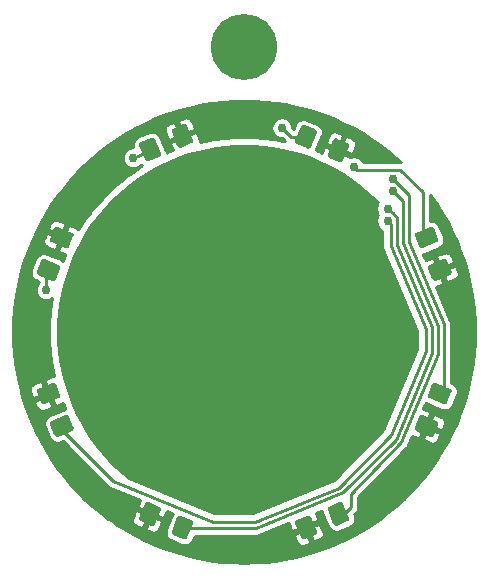
<source format=gtl>
G04 #@! TF.GenerationSoftware,KiCad,Pcbnew,(5.1.5)-3*
G04 #@! TF.CreationDate,2019-12-29T19:03:18-08:00*
G04 #@! TF.ProjectId,ruddblink,72756464-626c-4696-9e6b-2e6b69636164,A*
G04 #@! TF.SameCoordinates,Original*
G04 #@! TF.FileFunction,Copper,L1,Top*
G04 #@! TF.FilePolarity,Positive*
%FSLAX46Y46*%
G04 Gerber Fmt 4.6, Leading zero omitted, Abs format (unit mm)*
G04 Created by KiCad (PCBNEW (5.1.5)-3) date 2019-12-29 19:03:18*
%MOMM*%
%LPD*%
G04 APERTURE LIST*
%ADD10C,0.100000*%
%ADD11C,5.600000*%
%ADD12C,0.762000*%
%ADD13C,0.254000*%
G04 APERTURE END LIST*
G04 #@! TA.AperFunction,SMDPad,CuDef*
D10*
G36*
X134474350Y-97864030D02*
G01*
X134498619Y-97867630D01*
X134522417Y-97873591D01*
X134545517Y-97881856D01*
X134567695Y-97892346D01*
X134588739Y-97904959D01*
X134608444Y-97919573D01*
X134626623Y-97936049D01*
X134643099Y-97954228D01*
X134657713Y-97973933D01*
X134670326Y-97994977D01*
X134680816Y-98017155D01*
X135159170Y-99172005D01*
X135167435Y-99195105D01*
X135173396Y-99218904D01*
X135176996Y-99243172D01*
X135178200Y-99267676D01*
X135176996Y-99292180D01*
X135173396Y-99316449D01*
X135167435Y-99340247D01*
X135159170Y-99363347D01*
X135148680Y-99385525D01*
X135136067Y-99406569D01*
X135121453Y-99426274D01*
X135104977Y-99444453D01*
X135086798Y-99460929D01*
X135067092Y-99475543D01*
X135046049Y-99488156D01*
X135023871Y-99498646D01*
X134169283Y-99852628D01*
X134146183Y-99860893D01*
X134122385Y-99866854D01*
X134098116Y-99870454D01*
X134073612Y-99871658D01*
X134049108Y-99870454D01*
X134024839Y-99866854D01*
X134001041Y-99860893D01*
X133977941Y-99852628D01*
X133955763Y-99842138D01*
X133934719Y-99829525D01*
X133915014Y-99814911D01*
X133896835Y-99798435D01*
X133880359Y-99780256D01*
X133865745Y-99760551D01*
X133853132Y-99739507D01*
X133842642Y-99717329D01*
X133364288Y-98562479D01*
X133356023Y-98539379D01*
X133350062Y-98515580D01*
X133346462Y-98491312D01*
X133345258Y-98466808D01*
X133346462Y-98442304D01*
X133350062Y-98418035D01*
X133356023Y-98394237D01*
X133364288Y-98371137D01*
X133374778Y-98348959D01*
X133387391Y-98327915D01*
X133402005Y-98308210D01*
X133418481Y-98290031D01*
X133436660Y-98273555D01*
X133456366Y-98258941D01*
X133477409Y-98246328D01*
X133499587Y-98235838D01*
X134354175Y-97881856D01*
X134377275Y-97873591D01*
X134401073Y-97867630D01*
X134425342Y-97864030D01*
X134449846Y-97862826D01*
X134474350Y-97864030D01*
G37*
G04 #@! TD.AperFunction*
G04 #@! TA.AperFunction,SMDPad,CuDef*
G36*
X137222892Y-96725546D02*
G01*
X137247161Y-96729146D01*
X137270959Y-96735107D01*
X137294059Y-96743372D01*
X137316237Y-96753862D01*
X137337281Y-96766475D01*
X137356986Y-96781089D01*
X137375165Y-96797565D01*
X137391641Y-96815744D01*
X137406255Y-96835449D01*
X137418868Y-96856493D01*
X137429358Y-96878671D01*
X137907712Y-98033521D01*
X137915977Y-98056621D01*
X137921938Y-98080420D01*
X137925538Y-98104688D01*
X137926742Y-98129192D01*
X137925538Y-98153696D01*
X137921938Y-98177965D01*
X137915977Y-98201763D01*
X137907712Y-98224863D01*
X137897222Y-98247041D01*
X137884609Y-98268085D01*
X137869995Y-98287790D01*
X137853519Y-98305969D01*
X137835340Y-98322445D01*
X137815634Y-98337059D01*
X137794591Y-98349672D01*
X137772413Y-98360162D01*
X136917825Y-98714144D01*
X136894725Y-98722409D01*
X136870927Y-98728370D01*
X136846658Y-98731970D01*
X136822154Y-98733174D01*
X136797650Y-98731970D01*
X136773381Y-98728370D01*
X136749583Y-98722409D01*
X136726483Y-98714144D01*
X136704305Y-98703654D01*
X136683261Y-98691041D01*
X136663556Y-98676427D01*
X136645377Y-98659951D01*
X136628901Y-98641772D01*
X136614287Y-98622067D01*
X136601674Y-98601023D01*
X136591184Y-98578845D01*
X136112830Y-97423995D01*
X136104565Y-97400895D01*
X136098604Y-97377096D01*
X136095004Y-97352828D01*
X136093800Y-97328324D01*
X136095004Y-97303820D01*
X136098604Y-97279551D01*
X136104565Y-97255753D01*
X136112830Y-97232653D01*
X136123320Y-97210475D01*
X136135933Y-97189431D01*
X136150547Y-97169726D01*
X136167023Y-97151547D01*
X136185202Y-97135071D01*
X136204908Y-97120457D01*
X136225951Y-97107844D01*
X136248129Y-97097354D01*
X137102717Y-96743372D01*
X137125817Y-96735107D01*
X137149615Y-96729146D01*
X137173884Y-96725546D01*
X137198388Y-96724342D01*
X137222892Y-96725546D01*
G37*
G04 #@! TD.AperFunction*
G04 #@! TA.AperFunction,SMDPad,CuDef*
G36*
X125292828Y-108155004D02*
G01*
X125317097Y-108158604D01*
X125340895Y-108164565D01*
X125363995Y-108172830D01*
X126518845Y-108651184D01*
X126541023Y-108661674D01*
X126562066Y-108674287D01*
X126581772Y-108688901D01*
X126599951Y-108705377D01*
X126616427Y-108723556D01*
X126631041Y-108743261D01*
X126643654Y-108764305D01*
X126654144Y-108786483D01*
X126662409Y-108809583D01*
X126668370Y-108833381D01*
X126671970Y-108857650D01*
X126673174Y-108882154D01*
X126671970Y-108906658D01*
X126668370Y-108930926D01*
X126662409Y-108954725D01*
X126654144Y-108977825D01*
X126300162Y-109832413D01*
X126289672Y-109854591D01*
X126277059Y-109875635D01*
X126262445Y-109895340D01*
X126245969Y-109913519D01*
X126227790Y-109929995D01*
X126208085Y-109944609D01*
X126187041Y-109957222D01*
X126164863Y-109967712D01*
X126141763Y-109975977D01*
X126117965Y-109981938D01*
X126093696Y-109985538D01*
X126069192Y-109986742D01*
X126044688Y-109985538D01*
X126020419Y-109981938D01*
X125996621Y-109975977D01*
X125973521Y-109967712D01*
X124818671Y-109489358D01*
X124796493Y-109478868D01*
X124775450Y-109466255D01*
X124755744Y-109451641D01*
X124737565Y-109435165D01*
X124721089Y-109416986D01*
X124706475Y-109397281D01*
X124693862Y-109376237D01*
X124683372Y-109354059D01*
X124675107Y-109330959D01*
X124669146Y-109307161D01*
X124665546Y-109282892D01*
X124664342Y-109258388D01*
X124665546Y-109233884D01*
X124669146Y-109209616D01*
X124675107Y-109185817D01*
X124683372Y-109162717D01*
X125037354Y-108308129D01*
X125047844Y-108285951D01*
X125060457Y-108264907D01*
X125075071Y-108245202D01*
X125091547Y-108227023D01*
X125109726Y-108210547D01*
X125129431Y-108195933D01*
X125150475Y-108183320D01*
X125172653Y-108172830D01*
X125195753Y-108164565D01*
X125219551Y-108158604D01*
X125243820Y-108155004D01*
X125268324Y-108153800D01*
X125292828Y-108155004D01*
G37*
G04 #@! TD.AperFunction*
G04 #@! TA.AperFunction,SMDPad,CuDef*
G36*
X126431312Y-105406462D02*
G01*
X126455581Y-105410062D01*
X126479379Y-105416023D01*
X126502479Y-105424288D01*
X127657329Y-105902642D01*
X127679507Y-105913132D01*
X127700550Y-105925745D01*
X127720256Y-105940359D01*
X127738435Y-105956835D01*
X127754911Y-105975014D01*
X127769525Y-105994719D01*
X127782138Y-106015763D01*
X127792628Y-106037941D01*
X127800893Y-106061041D01*
X127806854Y-106084839D01*
X127810454Y-106109108D01*
X127811658Y-106133612D01*
X127810454Y-106158116D01*
X127806854Y-106182384D01*
X127800893Y-106206183D01*
X127792628Y-106229283D01*
X127438646Y-107083871D01*
X127428156Y-107106049D01*
X127415543Y-107127093D01*
X127400929Y-107146798D01*
X127384453Y-107164977D01*
X127366274Y-107181453D01*
X127346569Y-107196067D01*
X127325525Y-107208680D01*
X127303347Y-107219170D01*
X127280247Y-107227435D01*
X127256449Y-107233396D01*
X127232180Y-107236996D01*
X127207676Y-107238200D01*
X127183172Y-107236996D01*
X127158903Y-107233396D01*
X127135105Y-107227435D01*
X127112005Y-107219170D01*
X125957155Y-106740816D01*
X125934977Y-106730326D01*
X125913934Y-106717713D01*
X125894228Y-106703099D01*
X125876049Y-106686623D01*
X125859573Y-106668444D01*
X125844959Y-106648739D01*
X125832346Y-106627695D01*
X125821856Y-106605517D01*
X125813591Y-106582417D01*
X125807630Y-106558619D01*
X125804030Y-106534350D01*
X125802826Y-106509846D01*
X125804030Y-106485342D01*
X125807630Y-106461074D01*
X125813591Y-106437275D01*
X125821856Y-106414175D01*
X126175838Y-105559587D01*
X126186328Y-105537409D01*
X126198941Y-105516365D01*
X126213555Y-105496660D01*
X126230031Y-105478481D01*
X126248210Y-105462005D01*
X126267915Y-105447391D01*
X126288959Y-105434778D01*
X126311137Y-105424288D01*
X126334237Y-105416023D01*
X126358035Y-105410062D01*
X126382304Y-105406462D01*
X126406808Y-105405258D01*
X126431312Y-105406462D01*
G37*
G04 #@! TD.AperFunction*
G04 #@! TA.AperFunction,SMDPad,CuDef*
G36*
X127232180Y-121363004D02*
G01*
X127256449Y-121366604D01*
X127280247Y-121372565D01*
X127303347Y-121380830D01*
X127325525Y-121391320D01*
X127346569Y-121403933D01*
X127366274Y-121418547D01*
X127384453Y-121435023D01*
X127400929Y-121453202D01*
X127415543Y-121472908D01*
X127428156Y-121493951D01*
X127438646Y-121516129D01*
X127792628Y-122370717D01*
X127800893Y-122393817D01*
X127806854Y-122417615D01*
X127810454Y-122441884D01*
X127811658Y-122466388D01*
X127810454Y-122490892D01*
X127806854Y-122515161D01*
X127800893Y-122538959D01*
X127792628Y-122562059D01*
X127782138Y-122584237D01*
X127769525Y-122605281D01*
X127754911Y-122624986D01*
X127738435Y-122643165D01*
X127720256Y-122659641D01*
X127700551Y-122674255D01*
X127679507Y-122686868D01*
X127657329Y-122697358D01*
X126502479Y-123175712D01*
X126479379Y-123183977D01*
X126455580Y-123189938D01*
X126431312Y-123193538D01*
X126406808Y-123194742D01*
X126382304Y-123193538D01*
X126358035Y-123189938D01*
X126334237Y-123183977D01*
X126311137Y-123175712D01*
X126288959Y-123165222D01*
X126267915Y-123152609D01*
X126248210Y-123137995D01*
X126230031Y-123121519D01*
X126213555Y-123103340D01*
X126198941Y-123083634D01*
X126186328Y-123062591D01*
X126175838Y-123040413D01*
X125821856Y-122185825D01*
X125813591Y-122162725D01*
X125807630Y-122138927D01*
X125804030Y-122114658D01*
X125802826Y-122090154D01*
X125804030Y-122065650D01*
X125807630Y-122041381D01*
X125813591Y-122017583D01*
X125821856Y-121994483D01*
X125832346Y-121972305D01*
X125844959Y-121951261D01*
X125859573Y-121931556D01*
X125876049Y-121913377D01*
X125894228Y-121896901D01*
X125913933Y-121882287D01*
X125934977Y-121869674D01*
X125957155Y-121859184D01*
X127112005Y-121380830D01*
X127135105Y-121372565D01*
X127158904Y-121366604D01*
X127183172Y-121363004D01*
X127207676Y-121361800D01*
X127232180Y-121363004D01*
G37*
G04 #@! TD.AperFunction*
G04 #@! TA.AperFunction,SMDPad,CuDef*
G36*
X126093696Y-118614462D02*
G01*
X126117965Y-118618062D01*
X126141763Y-118624023D01*
X126164863Y-118632288D01*
X126187041Y-118642778D01*
X126208085Y-118655391D01*
X126227790Y-118670005D01*
X126245969Y-118686481D01*
X126262445Y-118704660D01*
X126277059Y-118724366D01*
X126289672Y-118745409D01*
X126300162Y-118767587D01*
X126654144Y-119622175D01*
X126662409Y-119645275D01*
X126668370Y-119669073D01*
X126671970Y-119693342D01*
X126673174Y-119717846D01*
X126671970Y-119742350D01*
X126668370Y-119766619D01*
X126662409Y-119790417D01*
X126654144Y-119813517D01*
X126643654Y-119835695D01*
X126631041Y-119856739D01*
X126616427Y-119876444D01*
X126599951Y-119894623D01*
X126581772Y-119911099D01*
X126562067Y-119925713D01*
X126541023Y-119938326D01*
X126518845Y-119948816D01*
X125363995Y-120427170D01*
X125340895Y-120435435D01*
X125317096Y-120441396D01*
X125292828Y-120444996D01*
X125268324Y-120446200D01*
X125243820Y-120444996D01*
X125219551Y-120441396D01*
X125195753Y-120435435D01*
X125172653Y-120427170D01*
X125150475Y-120416680D01*
X125129431Y-120404067D01*
X125109726Y-120389453D01*
X125091547Y-120372977D01*
X125075071Y-120354798D01*
X125060457Y-120335092D01*
X125047844Y-120314049D01*
X125037354Y-120291871D01*
X124683372Y-119437283D01*
X124675107Y-119414183D01*
X124669146Y-119390385D01*
X124665546Y-119366116D01*
X124664342Y-119341612D01*
X124665546Y-119317108D01*
X124669146Y-119292839D01*
X124675107Y-119269041D01*
X124683372Y-119245941D01*
X124693862Y-119223763D01*
X124706475Y-119202719D01*
X124721089Y-119183014D01*
X124737565Y-119164835D01*
X124755744Y-119148359D01*
X124775449Y-119133745D01*
X124796493Y-119121132D01*
X124818671Y-119110642D01*
X125973521Y-118632288D01*
X125996621Y-118624023D01*
X126020420Y-118618062D01*
X126044688Y-118614462D01*
X126069192Y-118613258D01*
X126093696Y-118614462D01*
G37*
G04 #@! TD.AperFunction*
G04 #@! TA.AperFunction,SMDPad,CuDef*
G36*
X136846658Y-129868030D02*
G01*
X136870926Y-129871630D01*
X136894725Y-129877591D01*
X136917825Y-129885856D01*
X137772413Y-130239838D01*
X137794591Y-130250328D01*
X137815635Y-130262941D01*
X137835340Y-130277555D01*
X137853519Y-130294031D01*
X137869995Y-130312210D01*
X137884609Y-130331915D01*
X137897222Y-130352959D01*
X137907712Y-130375137D01*
X137915977Y-130398237D01*
X137921938Y-130422035D01*
X137925538Y-130446304D01*
X137926742Y-130470808D01*
X137925538Y-130495312D01*
X137921938Y-130519581D01*
X137915977Y-130543379D01*
X137907712Y-130566479D01*
X137429358Y-131721329D01*
X137418868Y-131743507D01*
X137406255Y-131764550D01*
X137391641Y-131784256D01*
X137375165Y-131802435D01*
X137356986Y-131818911D01*
X137337281Y-131833525D01*
X137316237Y-131846138D01*
X137294059Y-131856628D01*
X137270959Y-131864893D01*
X137247161Y-131870854D01*
X137222892Y-131874454D01*
X137198388Y-131875658D01*
X137173884Y-131874454D01*
X137149616Y-131870854D01*
X137125817Y-131864893D01*
X137102717Y-131856628D01*
X136248129Y-131502646D01*
X136225951Y-131492156D01*
X136204907Y-131479543D01*
X136185202Y-131464929D01*
X136167023Y-131448453D01*
X136150547Y-131430274D01*
X136135933Y-131410569D01*
X136123320Y-131389525D01*
X136112830Y-131367347D01*
X136104565Y-131344247D01*
X136098604Y-131320449D01*
X136095004Y-131296180D01*
X136093800Y-131271676D01*
X136095004Y-131247172D01*
X136098604Y-131222903D01*
X136104565Y-131199105D01*
X136112830Y-131176005D01*
X136591184Y-130021155D01*
X136601674Y-129998977D01*
X136614287Y-129977934D01*
X136628901Y-129958228D01*
X136645377Y-129940049D01*
X136663556Y-129923573D01*
X136683261Y-129908959D01*
X136704305Y-129896346D01*
X136726483Y-129885856D01*
X136749583Y-129877591D01*
X136773381Y-129871630D01*
X136797650Y-129868030D01*
X136822154Y-129866826D01*
X136846658Y-129868030D01*
G37*
G04 #@! TD.AperFunction*
G04 #@! TA.AperFunction,SMDPad,CuDef*
G36*
X134098116Y-128729546D02*
G01*
X134122384Y-128733146D01*
X134146183Y-128739107D01*
X134169283Y-128747372D01*
X135023871Y-129101354D01*
X135046049Y-129111844D01*
X135067093Y-129124457D01*
X135086798Y-129139071D01*
X135104977Y-129155547D01*
X135121453Y-129173726D01*
X135136067Y-129193431D01*
X135148680Y-129214475D01*
X135159170Y-129236653D01*
X135167435Y-129259753D01*
X135173396Y-129283551D01*
X135176996Y-129307820D01*
X135178200Y-129332324D01*
X135176996Y-129356828D01*
X135173396Y-129381097D01*
X135167435Y-129404895D01*
X135159170Y-129427995D01*
X134680816Y-130582845D01*
X134670326Y-130605023D01*
X134657713Y-130626066D01*
X134643099Y-130645772D01*
X134626623Y-130663951D01*
X134608444Y-130680427D01*
X134588739Y-130695041D01*
X134567695Y-130707654D01*
X134545517Y-130718144D01*
X134522417Y-130726409D01*
X134498619Y-130732370D01*
X134474350Y-130735970D01*
X134449846Y-130737174D01*
X134425342Y-130735970D01*
X134401074Y-130732370D01*
X134377275Y-130726409D01*
X134354175Y-130718144D01*
X133499587Y-130364162D01*
X133477409Y-130353672D01*
X133456365Y-130341059D01*
X133436660Y-130326445D01*
X133418481Y-130309969D01*
X133402005Y-130291790D01*
X133387391Y-130272085D01*
X133374778Y-130251041D01*
X133364288Y-130228863D01*
X133356023Y-130205763D01*
X133350062Y-130181965D01*
X133346462Y-130157696D01*
X133345258Y-130133192D01*
X133346462Y-130108688D01*
X133350062Y-130084419D01*
X133356023Y-130060621D01*
X133364288Y-130037521D01*
X133842642Y-128882671D01*
X133853132Y-128860493D01*
X133865745Y-128839450D01*
X133880359Y-128819744D01*
X133896835Y-128801565D01*
X133915014Y-128785089D01*
X133934719Y-128770475D01*
X133955763Y-128757862D01*
X133977941Y-128747372D01*
X134001041Y-128739107D01*
X134024839Y-128733146D01*
X134049108Y-128729546D01*
X134073612Y-128728342D01*
X134098116Y-128729546D01*
G37*
G04 #@! TD.AperFunction*
G04 #@! TA.AperFunction,SMDPad,CuDef*
G36*
X150430892Y-128729546D02*
G01*
X150455161Y-128733146D01*
X150478959Y-128739107D01*
X150502059Y-128747372D01*
X150524237Y-128757862D01*
X150545281Y-128770475D01*
X150564986Y-128785089D01*
X150583165Y-128801565D01*
X150599641Y-128819744D01*
X150614255Y-128839449D01*
X150626868Y-128860493D01*
X150637358Y-128882671D01*
X151115712Y-130037521D01*
X151123977Y-130060621D01*
X151129938Y-130084420D01*
X151133538Y-130108688D01*
X151134742Y-130133192D01*
X151133538Y-130157696D01*
X151129938Y-130181965D01*
X151123977Y-130205763D01*
X151115712Y-130228863D01*
X151105222Y-130251041D01*
X151092609Y-130272085D01*
X151077995Y-130291790D01*
X151061519Y-130309969D01*
X151043340Y-130326445D01*
X151023634Y-130341059D01*
X151002591Y-130353672D01*
X150980413Y-130364162D01*
X150125825Y-130718144D01*
X150102725Y-130726409D01*
X150078927Y-130732370D01*
X150054658Y-130735970D01*
X150030154Y-130737174D01*
X150005650Y-130735970D01*
X149981381Y-130732370D01*
X149957583Y-130726409D01*
X149934483Y-130718144D01*
X149912305Y-130707654D01*
X149891261Y-130695041D01*
X149871556Y-130680427D01*
X149853377Y-130663951D01*
X149836901Y-130645772D01*
X149822287Y-130626067D01*
X149809674Y-130605023D01*
X149799184Y-130582845D01*
X149320830Y-129427995D01*
X149312565Y-129404895D01*
X149306604Y-129381096D01*
X149303004Y-129356828D01*
X149301800Y-129332324D01*
X149303004Y-129307820D01*
X149306604Y-129283551D01*
X149312565Y-129259753D01*
X149320830Y-129236653D01*
X149331320Y-129214475D01*
X149343933Y-129193431D01*
X149358547Y-129173726D01*
X149375023Y-129155547D01*
X149393202Y-129139071D01*
X149412908Y-129124457D01*
X149433951Y-129111844D01*
X149456129Y-129101354D01*
X150310717Y-128747372D01*
X150333817Y-128739107D01*
X150357615Y-128733146D01*
X150381884Y-128729546D01*
X150406388Y-128728342D01*
X150430892Y-128729546D01*
G37*
G04 #@! TD.AperFunction*
G04 #@! TA.AperFunction,SMDPad,CuDef*
G36*
X147682350Y-129868030D02*
G01*
X147706619Y-129871630D01*
X147730417Y-129877591D01*
X147753517Y-129885856D01*
X147775695Y-129896346D01*
X147796739Y-129908959D01*
X147816444Y-129923573D01*
X147834623Y-129940049D01*
X147851099Y-129958228D01*
X147865713Y-129977933D01*
X147878326Y-129998977D01*
X147888816Y-130021155D01*
X148367170Y-131176005D01*
X148375435Y-131199105D01*
X148381396Y-131222904D01*
X148384996Y-131247172D01*
X148386200Y-131271676D01*
X148384996Y-131296180D01*
X148381396Y-131320449D01*
X148375435Y-131344247D01*
X148367170Y-131367347D01*
X148356680Y-131389525D01*
X148344067Y-131410569D01*
X148329453Y-131430274D01*
X148312977Y-131448453D01*
X148294798Y-131464929D01*
X148275092Y-131479543D01*
X148254049Y-131492156D01*
X148231871Y-131502646D01*
X147377283Y-131856628D01*
X147354183Y-131864893D01*
X147330385Y-131870854D01*
X147306116Y-131874454D01*
X147281612Y-131875658D01*
X147257108Y-131874454D01*
X147232839Y-131870854D01*
X147209041Y-131864893D01*
X147185941Y-131856628D01*
X147163763Y-131846138D01*
X147142719Y-131833525D01*
X147123014Y-131818911D01*
X147104835Y-131802435D01*
X147088359Y-131784256D01*
X147073745Y-131764551D01*
X147061132Y-131743507D01*
X147050642Y-131721329D01*
X146572288Y-130566479D01*
X146564023Y-130543379D01*
X146558062Y-130519580D01*
X146554462Y-130495312D01*
X146553258Y-130470808D01*
X146554462Y-130446304D01*
X146558062Y-130422035D01*
X146564023Y-130398237D01*
X146572288Y-130375137D01*
X146582778Y-130352959D01*
X146595391Y-130331915D01*
X146610005Y-130312210D01*
X146626481Y-130294031D01*
X146644660Y-130277555D01*
X146664366Y-130262941D01*
X146685409Y-130250328D01*
X146707587Y-130239838D01*
X147562175Y-129885856D01*
X147585275Y-129877591D01*
X147609073Y-129871630D01*
X147633342Y-129868030D01*
X147657846Y-129866826D01*
X147682350Y-129868030D01*
G37*
G04 #@! TD.AperFunction*
G04 #@! TA.AperFunction,SMDPad,CuDef*
G36*
X158435312Y-118614462D02*
G01*
X158459581Y-118618062D01*
X158483379Y-118624023D01*
X158506479Y-118632288D01*
X159661329Y-119110642D01*
X159683507Y-119121132D01*
X159704550Y-119133745D01*
X159724256Y-119148359D01*
X159742435Y-119164835D01*
X159758911Y-119183014D01*
X159773525Y-119202719D01*
X159786138Y-119223763D01*
X159796628Y-119245941D01*
X159804893Y-119269041D01*
X159810854Y-119292839D01*
X159814454Y-119317108D01*
X159815658Y-119341612D01*
X159814454Y-119366116D01*
X159810854Y-119390384D01*
X159804893Y-119414183D01*
X159796628Y-119437283D01*
X159442646Y-120291871D01*
X159432156Y-120314049D01*
X159419543Y-120335093D01*
X159404929Y-120354798D01*
X159388453Y-120372977D01*
X159370274Y-120389453D01*
X159350569Y-120404067D01*
X159329525Y-120416680D01*
X159307347Y-120427170D01*
X159284247Y-120435435D01*
X159260449Y-120441396D01*
X159236180Y-120444996D01*
X159211676Y-120446200D01*
X159187172Y-120444996D01*
X159162903Y-120441396D01*
X159139105Y-120435435D01*
X159116005Y-120427170D01*
X157961155Y-119948816D01*
X157938977Y-119938326D01*
X157917934Y-119925713D01*
X157898228Y-119911099D01*
X157880049Y-119894623D01*
X157863573Y-119876444D01*
X157848959Y-119856739D01*
X157836346Y-119835695D01*
X157825856Y-119813517D01*
X157817591Y-119790417D01*
X157811630Y-119766619D01*
X157808030Y-119742350D01*
X157806826Y-119717846D01*
X157808030Y-119693342D01*
X157811630Y-119669074D01*
X157817591Y-119645275D01*
X157825856Y-119622175D01*
X158179838Y-118767587D01*
X158190328Y-118745409D01*
X158202941Y-118724365D01*
X158217555Y-118704660D01*
X158234031Y-118686481D01*
X158252210Y-118670005D01*
X158271915Y-118655391D01*
X158292959Y-118642778D01*
X158315137Y-118632288D01*
X158338237Y-118624023D01*
X158362035Y-118618062D01*
X158386304Y-118614462D01*
X158410808Y-118613258D01*
X158435312Y-118614462D01*
G37*
G04 #@! TD.AperFunction*
G04 #@! TA.AperFunction,SMDPad,CuDef*
G36*
X157296828Y-121363004D02*
G01*
X157321097Y-121366604D01*
X157344895Y-121372565D01*
X157367995Y-121380830D01*
X158522845Y-121859184D01*
X158545023Y-121869674D01*
X158566066Y-121882287D01*
X158585772Y-121896901D01*
X158603951Y-121913377D01*
X158620427Y-121931556D01*
X158635041Y-121951261D01*
X158647654Y-121972305D01*
X158658144Y-121994483D01*
X158666409Y-122017583D01*
X158672370Y-122041381D01*
X158675970Y-122065650D01*
X158677174Y-122090154D01*
X158675970Y-122114658D01*
X158672370Y-122138926D01*
X158666409Y-122162725D01*
X158658144Y-122185825D01*
X158304162Y-123040413D01*
X158293672Y-123062591D01*
X158281059Y-123083635D01*
X158266445Y-123103340D01*
X158249969Y-123121519D01*
X158231790Y-123137995D01*
X158212085Y-123152609D01*
X158191041Y-123165222D01*
X158168863Y-123175712D01*
X158145763Y-123183977D01*
X158121965Y-123189938D01*
X158097696Y-123193538D01*
X158073192Y-123194742D01*
X158048688Y-123193538D01*
X158024419Y-123189938D01*
X158000621Y-123183977D01*
X157977521Y-123175712D01*
X156822671Y-122697358D01*
X156800493Y-122686868D01*
X156779450Y-122674255D01*
X156759744Y-122659641D01*
X156741565Y-122643165D01*
X156725089Y-122624986D01*
X156710475Y-122605281D01*
X156697862Y-122584237D01*
X156687372Y-122562059D01*
X156679107Y-122538959D01*
X156673146Y-122515161D01*
X156669546Y-122490892D01*
X156668342Y-122466388D01*
X156669546Y-122441884D01*
X156673146Y-122417616D01*
X156679107Y-122393817D01*
X156687372Y-122370717D01*
X157041354Y-121516129D01*
X157051844Y-121493951D01*
X157064457Y-121472907D01*
X157079071Y-121453202D01*
X157095547Y-121435023D01*
X157113726Y-121418547D01*
X157133431Y-121403933D01*
X157154475Y-121391320D01*
X157176653Y-121380830D01*
X157199753Y-121372565D01*
X157223551Y-121366604D01*
X157247820Y-121363004D01*
X157272324Y-121361800D01*
X157296828Y-121363004D01*
G37*
G04 #@! TD.AperFunction*
G04 #@! TA.AperFunction,SMDPad,CuDef*
G36*
X158097696Y-105406462D02*
G01*
X158121965Y-105410062D01*
X158145763Y-105416023D01*
X158168863Y-105424288D01*
X158191041Y-105434778D01*
X158212085Y-105447391D01*
X158231790Y-105462005D01*
X158249969Y-105478481D01*
X158266445Y-105496660D01*
X158281059Y-105516366D01*
X158293672Y-105537409D01*
X158304162Y-105559587D01*
X158658144Y-106414175D01*
X158666409Y-106437275D01*
X158672370Y-106461073D01*
X158675970Y-106485342D01*
X158677174Y-106509846D01*
X158675970Y-106534350D01*
X158672370Y-106558619D01*
X158666409Y-106582417D01*
X158658144Y-106605517D01*
X158647654Y-106627695D01*
X158635041Y-106648739D01*
X158620427Y-106668444D01*
X158603951Y-106686623D01*
X158585772Y-106703099D01*
X158566067Y-106717713D01*
X158545023Y-106730326D01*
X158522845Y-106740816D01*
X157367995Y-107219170D01*
X157344895Y-107227435D01*
X157321096Y-107233396D01*
X157296828Y-107236996D01*
X157272324Y-107238200D01*
X157247820Y-107236996D01*
X157223551Y-107233396D01*
X157199753Y-107227435D01*
X157176653Y-107219170D01*
X157154475Y-107208680D01*
X157133431Y-107196067D01*
X157113726Y-107181453D01*
X157095547Y-107164977D01*
X157079071Y-107146798D01*
X157064457Y-107127092D01*
X157051844Y-107106049D01*
X157041354Y-107083871D01*
X156687372Y-106229283D01*
X156679107Y-106206183D01*
X156673146Y-106182385D01*
X156669546Y-106158116D01*
X156668342Y-106133612D01*
X156669546Y-106109108D01*
X156673146Y-106084839D01*
X156679107Y-106061041D01*
X156687372Y-106037941D01*
X156697862Y-106015763D01*
X156710475Y-105994719D01*
X156725089Y-105975014D01*
X156741565Y-105956835D01*
X156759744Y-105940359D01*
X156779449Y-105925745D01*
X156800493Y-105913132D01*
X156822671Y-105902642D01*
X157977521Y-105424288D01*
X158000621Y-105416023D01*
X158024420Y-105410062D01*
X158048688Y-105406462D01*
X158073192Y-105405258D01*
X158097696Y-105406462D01*
G37*
G04 #@! TD.AperFunction*
G04 #@! TA.AperFunction,SMDPad,CuDef*
G36*
X159236180Y-108155004D02*
G01*
X159260449Y-108158604D01*
X159284247Y-108164565D01*
X159307347Y-108172830D01*
X159329525Y-108183320D01*
X159350569Y-108195933D01*
X159370274Y-108210547D01*
X159388453Y-108227023D01*
X159404929Y-108245202D01*
X159419543Y-108264908D01*
X159432156Y-108285951D01*
X159442646Y-108308129D01*
X159796628Y-109162717D01*
X159804893Y-109185817D01*
X159810854Y-109209615D01*
X159814454Y-109233884D01*
X159815658Y-109258388D01*
X159814454Y-109282892D01*
X159810854Y-109307161D01*
X159804893Y-109330959D01*
X159796628Y-109354059D01*
X159786138Y-109376237D01*
X159773525Y-109397281D01*
X159758911Y-109416986D01*
X159742435Y-109435165D01*
X159724256Y-109451641D01*
X159704551Y-109466255D01*
X159683507Y-109478868D01*
X159661329Y-109489358D01*
X158506479Y-109967712D01*
X158483379Y-109975977D01*
X158459580Y-109981938D01*
X158435312Y-109985538D01*
X158410808Y-109986742D01*
X158386304Y-109985538D01*
X158362035Y-109981938D01*
X158338237Y-109975977D01*
X158315137Y-109967712D01*
X158292959Y-109957222D01*
X158271915Y-109944609D01*
X158252210Y-109929995D01*
X158234031Y-109913519D01*
X158217555Y-109895340D01*
X158202941Y-109875634D01*
X158190328Y-109854591D01*
X158179838Y-109832413D01*
X157825856Y-108977825D01*
X157817591Y-108954725D01*
X157811630Y-108930927D01*
X157808030Y-108906658D01*
X157806826Y-108882154D01*
X157808030Y-108857650D01*
X157811630Y-108833381D01*
X157817591Y-108809583D01*
X157825856Y-108786483D01*
X157836346Y-108764305D01*
X157848959Y-108743261D01*
X157863573Y-108723556D01*
X157880049Y-108705377D01*
X157898228Y-108688901D01*
X157917933Y-108674287D01*
X157938977Y-108661674D01*
X157961155Y-108651184D01*
X159116005Y-108172830D01*
X159139105Y-108164565D01*
X159162904Y-108158604D01*
X159187172Y-108155004D01*
X159211676Y-108153800D01*
X159236180Y-108155004D01*
G37*
G04 #@! TD.AperFunction*
G04 #@! TA.AperFunction,SMDPad,CuDef*
G36*
X147306116Y-96786788D02*
G01*
X147330384Y-96790388D01*
X147354183Y-96796349D01*
X147377283Y-96804614D01*
X148231871Y-97158596D01*
X148254049Y-97169086D01*
X148275093Y-97181699D01*
X148294798Y-97196313D01*
X148312977Y-97212789D01*
X148329453Y-97230968D01*
X148344067Y-97250673D01*
X148356680Y-97271717D01*
X148367170Y-97293895D01*
X148375435Y-97316995D01*
X148381396Y-97340793D01*
X148384996Y-97365062D01*
X148386200Y-97389566D01*
X148384996Y-97414070D01*
X148381396Y-97438339D01*
X148375435Y-97462137D01*
X148367170Y-97485237D01*
X147888816Y-98640087D01*
X147878326Y-98662265D01*
X147865713Y-98683308D01*
X147851099Y-98703014D01*
X147834623Y-98721193D01*
X147816444Y-98737669D01*
X147796739Y-98752283D01*
X147775695Y-98764896D01*
X147753517Y-98775386D01*
X147730417Y-98783651D01*
X147706619Y-98789612D01*
X147682350Y-98793212D01*
X147657846Y-98794416D01*
X147633342Y-98793212D01*
X147609074Y-98789612D01*
X147585275Y-98783651D01*
X147562175Y-98775386D01*
X146707587Y-98421404D01*
X146685409Y-98410914D01*
X146664365Y-98398301D01*
X146644660Y-98383687D01*
X146626481Y-98367211D01*
X146610005Y-98349032D01*
X146595391Y-98329327D01*
X146582778Y-98308283D01*
X146572288Y-98286105D01*
X146564023Y-98263005D01*
X146558062Y-98239207D01*
X146554462Y-98214938D01*
X146553258Y-98190434D01*
X146554462Y-98165930D01*
X146558062Y-98141661D01*
X146564023Y-98117863D01*
X146572288Y-98094763D01*
X147050642Y-96939913D01*
X147061132Y-96917735D01*
X147073745Y-96896692D01*
X147088359Y-96876986D01*
X147104835Y-96858807D01*
X147123014Y-96842331D01*
X147142719Y-96827717D01*
X147163763Y-96815104D01*
X147185941Y-96804614D01*
X147209041Y-96796349D01*
X147232839Y-96790388D01*
X147257108Y-96786788D01*
X147281612Y-96785584D01*
X147306116Y-96786788D01*
G37*
G04 #@! TD.AperFunction*
G04 #@! TA.AperFunction,SMDPad,CuDef*
G36*
X150054658Y-97925272D02*
G01*
X150078926Y-97928872D01*
X150102725Y-97934833D01*
X150125825Y-97943098D01*
X150980413Y-98297080D01*
X151002591Y-98307570D01*
X151023635Y-98320183D01*
X151043340Y-98334797D01*
X151061519Y-98351273D01*
X151077995Y-98369452D01*
X151092609Y-98389157D01*
X151105222Y-98410201D01*
X151115712Y-98432379D01*
X151123977Y-98455479D01*
X151129938Y-98479277D01*
X151133538Y-98503546D01*
X151134742Y-98528050D01*
X151133538Y-98552554D01*
X151129938Y-98576823D01*
X151123977Y-98600621D01*
X151115712Y-98623721D01*
X150637358Y-99778571D01*
X150626868Y-99800749D01*
X150614255Y-99821792D01*
X150599641Y-99841498D01*
X150583165Y-99859677D01*
X150564986Y-99876153D01*
X150545281Y-99890767D01*
X150524237Y-99903380D01*
X150502059Y-99913870D01*
X150478959Y-99922135D01*
X150455161Y-99928096D01*
X150430892Y-99931696D01*
X150406388Y-99932900D01*
X150381884Y-99931696D01*
X150357616Y-99928096D01*
X150333817Y-99922135D01*
X150310717Y-99913870D01*
X149456129Y-99559888D01*
X149433951Y-99549398D01*
X149412907Y-99536785D01*
X149393202Y-99522171D01*
X149375023Y-99505695D01*
X149358547Y-99487516D01*
X149343933Y-99467811D01*
X149331320Y-99446767D01*
X149320830Y-99424589D01*
X149312565Y-99401489D01*
X149306604Y-99377691D01*
X149303004Y-99353422D01*
X149301800Y-99328918D01*
X149303004Y-99304414D01*
X149306604Y-99280145D01*
X149312565Y-99256347D01*
X149320830Y-99233247D01*
X149799184Y-98078397D01*
X149809674Y-98056219D01*
X149822287Y-98035176D01*
X149836901Y-98015470D01*
X149853377Y-97997291D01*
X149871556Y-97980815D01*
X149891261Y-97966201D01*
X149912305Y-97953588D01*
X149934483Y-97943098D01*
X149957583Y-97934833D01*
X149981381Y-97928872D01*
X150005650Y-97925272D01*
X150030154Y-97924068D01*
X150054658Y-97925272D01*
G37*
G04 #@! TD.AperFunction*
D11*
X142240000Y-90170000D03*
D12*
X160655000Y-113030000D03*
X124079000Y-116779000D03*
X145445835Y-97028000D03*
X151511000Y-100330000D03*
X154818098Y-101346000D03*
X154813000Y-102362000D03*
X154432000Y-103885990D03*
X154432000Y-104902000D03*
X125476000Y-110744000D03*
X132842000Y-99568000D03*
D13*
X145826834Y-97408999D02*
X145445835Y-97028000D01*
X146207835Y-97790000D02*
X145826834Y-97408999D01*
X147447000Y-97790000D02*
X146207835Y-97790000D01*
X157353000Y-106045000D02*
X157607000Y-106299000D01*
X157353000Y-102489000D02*
X157353000Y-106045000D01*
X155448000Y-100584000D02*
X157353000Y-102489000D01*
X151511000Y-100330000D02*
X151765000Y-100584000D01*
X151765000Y-100584000D02*
X155448000Y-100584000D01*
X156224598Y-102752500D02*
X154818098Y-101346000D01*
X156224598Y-106665402D02*
X156224598Y-102752500D01*
X159131000Y-113665000D02*
X156224598Y-106665402D01*
X158877000Y-119634000D02*
X159131000Y-119380000D01*
X159131000Y-119380000D02*
X159131000Y-113665000D01*
X155702000Y-103251000D02*
X154813000Y-102362000D01*
X155702000Y-106807000D02*
X155702000Y-103251000D01*
X151257000Y-129159000D02*
X151257000Y-128016000D01*
X150368000Y-130048000D02*
X151257000Y-129159000D01*
X151257000Y-128016000D02*
X155540254Y-123663254D01*
X155540254Y-123663254D02*
X158623000Y-116205000D01*
X158623000Y-116205000D02*
X158623000Y-113792000D01*
X158623000Y-113792000D02*
X155702000Y-106807000D01*
X155067000Y-123444000D02*
X158115000Y-116078000D01*
X154812999Y-104266989D02*
X154432000Y-103885990D01*
X136652000Y-130937000D02*
X143256000Y-130937000D01*
X158115000Y-116078000D02*
X158115000Y-113919000D01*
X143256000Y-130937000D02*
X150622000Y-127889000D01*
X150622000Y-127889000D02*
X155067000Y-123444000D01*
X158115000Y-113919000D02*
X155194000Y-106934000D01*
X155194000Y-106934000D02*
X155194000Y-104647990D01*
X155194000Y-104647990D02*
X154812999Y-104266989D01*
X139573000Y-130429000D02*
X131130388Y-126939388D01*
X131130388Y-126939388D02*
X126746000Y-122555000D01*
X143129000Y-130429000D02*
X139573000Y-130429000D01*
X154686000Y-123063000D02*
X150241000Y-127508000D01*
X154434629Y-104904629D02*
X154686000Y-105156000D01*
X154686000Y-105156000D02*
X154686000Y-107061000D01*
X154686000Y-107061000D02*
X157607000Y-114046000D01*
X150241000Y-127508000D02*
X143129000Y-130429000D01*
X157607000Y-114046000D02*
X157607000Y-115951000D01*
X126746000Y-122555000D02*
X126746000Y-122682000D01*
X157607000Y-115951000D02*
X154686000Y-123063000D01*
X125476000Y-109263029D02*
X125476000Y-110744000D01*
X125668758Y-109070271D02*
X125476000Y-109263029D01*
X134366000Y-99441000D02*
X134366000Y-98933000D01*
X134620000Y-98806000D02*
X132842000Y-99568000D01*
X134261729Y-98867242D02*
X134620000Y-98806000D01*
G36*
X143117472Y-94761725D02*
G01*
X143993164Y-94820766D01*
X144865331Y-94919036D01*
X145732194Y-95056334D01*
X146592055Y-95232391D01*
X147443156Y-95446849D01*
X148283737Y-95699264D01*
X149112172Y-95989147D01*
X149926769Y-96315905D01*
X150725886Y-96678881D01*
X151507911Y-97077342D01*
X152271270Y-97510487D01*
X153014435Y-97977449D01*
X153735885Y-98477270D01*
X154434187Y-99008959D01*
X155107947Y-99571454D01*
X155526047Y-99953615D01*
X155479192Y-99949000D01*
X155479181Y-99949000D01*
X155448000Y-99945929D01*
X155416819Y-99949000D01*
X152315431Y-99949000D01*
X152298821Y-99908901D01*
X152201531Y-99763296D01*
X152077704Y-99639469D01*
X151932099Y-99542179D01*
X151770312Y-99475164D01*
X151598559Y-99441000D01*
X151423441Y-99441000D01*
X151251688Y-99475164D01*
X151194288Y-99498940D01*
X151179932Y-99464281D01*
X150287003Y-99094417D01*
X150279349Y-99112895D01*
X150044684Y-99015694D01*
X150052338Y-98997216D01*
X149720471Y-98859752D01*
X150384204Y-98859752D01*
X151277134Y-99229616D01*
X151443068Y-99160884D01*
X151682985Y-98588095D01*
X151712033Y-98492337D01*
X151721842Y-98392751D01*
X151712032Y-98293166D01*
X151682984Y-98197408D01*
X151635813Y-98109156D01*
X151572332Y-98031803D01*
X151494978Y-97968321D01*
X151406727Y-97921150D01*
X150982188Y-97747960D01*
X150816254Y-97816692D01*
X150384204Y-98859752D01*
X149720471Y-98859752D01*
X149159408Y-98627352D01*
X148993474Y-98696084D01*
X148802673Y-99151610D01*
X148765517Y-99134538D01*
X148735952Y-99121850D01*
X148300332Y-98947842D01*
X148360417Y-98835430D01*
X148612538Y-98226753D01*
X149187878Y-98226753D01*
X149256610Y-98392687D01*
X150149539Y-98762551D01*
X150581589Y-97719491D01*
X150512857Y-97553557D01*
X150090199Y-97375826D01*
X149994441Y-97346778D01*
X149894855Y-97336969D01*
X149795270Y-97346778D01*
X149699511Y-97375826D01*
X149611260Y-97422998D01*
X149533906Y-97486479D01*
X149470424Y-97563832D01*
X149423253Y-97652084D01*
X149187878Y-98226753D01*
X148612538Y-98226753D01*
X148838771Y-97680580D01*
X148882045Y-97537924D01*
X148896657Y-97389566D01*
X148882045Y-97241208D01*
X148838771Y-97098552D01*
X148768497Y-96967079D01*
X148673924Y-96851842D01*
X148558687Y-96757269D01*
X148427214Y-96686995D01*
X147572626Y-96333013D01*
X147429970Y-96289739D01*
X147281612Y-96275127D01*
X147133254Y-96289739D01*
X146990597Y-96333013D01*
X146859124Y-96403287D01*
X146743887Y-96497860D01*
X146649315Y-96613097D01*
X146579041Y-96744570D01*
X146427143Y-97111284D01*
X146334835Y-97018976D01*
X146334835Y-96940441D01*
X146300671Y-96768688D01*
X146233656Y-96606901D01*
X146136366Y-96461296D01*
X146012539Y-96337469D01*
X145866934Y-96240179D01*
X145705147Y-96173164D01*
X145533394Y-96139000D01*
X145358276Y-96139000D01*
X145186523Y-96173164D01*
X145024736Y-96240179D01*
X144879131Y-96337469D01*
X144755304Y-96461296D01*
X144658014Y-96606901D01*
X144590999Y-96768688D01*
X144556835Y-96940441D01*
X144556835Y-97115559D01*
X144590999Y-97287312D01*
X144658014Y-97449099D01*
X144755304Y-97594704D01*
X144879131Y-97718531D01*
X145024736Y-97815821D01*
X145186523Y-97882836D01*
X145358276Y-97917000D01*
X145436811Y-97917000D01*
X145672981Y-98153171D01*
X145579155Y-98131398D01*
X145547641Y-98124922D01*
X144755943Y-97983025D01*
X144724141Y-97978153D01*
X143926272Y-97876537D01*
X143894265Y-97873282D01*
X143092274Y-97812208D01*
X143060142Y-97810579D01*
X142256086Y-97790204D01*
X142223914Y-97790204D01*
X141419858Y-97810579D01*
X141387726Y-97812208D01*
X140585735Y-97873282D01*
X140553728Y-97876537D01*
X139755859Y-97978153D01*
X139724057Y-97983025D01*
X138932359Y-98124922D01*
X138900845Y-98131398D01*
X138509674Y-98222171D01*
X138504033Y-98164905D01*
X138474985Y-98069147D01*
X138235068Y-97496358D01*
X138069134Y-97427626D01*
X137176204Y-97797490D01*
X137183858Y-97815968D01*
X136949193Y-97913169D01*
X136941539Y-97894691D01*
X136048610Y-98264555D01*
X135979878Y-98430489D01*
X136190075Y-98943685D01*
X135744048Y-99121850D01*
X135714483Y-99134538D01*
X135677230Y-99151655D01*
X135674045Y-99119318D01*
X135630771Y-98976662D01*
X135152417Y-97821812D01*
X135082143Y-97690339D01*
X134987570Y-97575102D01*
X134872333Y-97480529D01*
X134740860Y-97410255D01*
X134598204Y-97366981D01*
X134449846Y-97352369D01*
X134301488Y-97366981D01*
X134158832Y-97410255D01*
X133304244Y-97764237D01*
X133172771Y-97834511D01*
X133057534Y-97929083D01*
X132962961Y-98044320D01*
X132892687Y-98175793D01*
X132849413Y-98318450D01*
X132834801Y-98466808D01*
X132849413Y-98615166D01*
X132868777Y-98679000D01*
X132754441Y-98679000D01*
X132582688Y-98713164D01*
X132420901Y-98780179D01*
X132275296Y-98877469D01*
X132151469Y-99001296D01*
X132054179Y-99146901D01*
X131987164Y-99308688D01*
X131953000Y-99480441D01*
X131953000Y-99655559D01*
X131987164Y-99827312D01*
X132054179Y-99989099D01*
X132151469Y-100134704D01*
X132275296Y-100258531D01*
X132420901Y-100355821D01*
X132582688Y-100422836D01*
X132754441Y-100457000D01*
X132929559Y-100457000D01*
X133101312Y-100422836D01*
X133263099Y-100355821D01*
X133408704Y-100258531D01*
X133523251Y-100143984D01*
X133535888Y-100159382D01*
X133615459Y-100224685D01*
X133520563Y-100280547D01*
X133493260Y-100297565D01*
X132821681Y-100740173D01*
X132795275Y-100758552D01*
X132146976Y-101234607D01*
X132121535Y-101254300D01*
X131498179Y-101762580D01*
X131473768Y-101783536D01*
X130876956Y-102322736D01*
X130853637Y-102344902D01*
X130284902Y-102913637D01*
X130262736Y-102936956D01*
X129723536Y-103533768D01*
X129702580Y-103558179D01*
X129194300Y-104181535D01*
X129174607Y-104206976D01*
X128698552Y-104855275D01*
X128680173Y-104881681D01*
X128237565Y-105553260D01*
X128220547Y-105580563D01*
X128207351Y-105602980D01*
X128171894Y-105573882D01*
X128083642Y-105526711D01*
X127508973Y-105291336D01*
X127343039Y-105360068D01*
X126973175Y-106252997D01*
X126991653Y-106260651D01*
X126894452Y-106495316D01*
X126875974Y-106487662D01*
X126506110Y-107380592D01*
X126574842Y-107546526D01*
X127081726Y-107758838D01*
X127074538Y-107774483D01*
X127061850Y-107804048D01*
X126874363Y-108273412D01*
X126845661Y-108249857D01*
X126714188Y-108179583D01*
X125559338Y-107701229D01*
X125416682Y-107657955D01*
X125268324Y-107643343D01*
X125119966Y-107657955D01*
X124977310Y-107701229D01*
X124845837Y-107771503D01*
X124730600Y-107866076D01*
X124636027Y-107981313D01*
X124565753Y-108112786D01*
X124211771Y-108967374D01*
X124168497Y-109110030D01*
X124153885Y-109258388D01*
X124168497Y-109406746D01*
X124211771Y-109549403D01*
X124282045Y-109680876D01*
X124376618Y-109796113D01*
X124491855Y-109890685D01*
X124623328Y-109960959D01*
X124841001Y-110051122D01*
X124841001Y-110121764D01*
X124785469Y-110177296D01*
X124688179Y-110322901D01*
X124621164Y-110484688D01*
X124587000Y-110656441D01*
X124587000Y-110831559D01*
X124621164Y-111003312D01*
X124688179Y-111165099D01*
X124785469Y-111310704D01*
X124909296Y-111434531D01*
X125054901Y-111531821D01*
X125216688Y-111598836D01*
X125388441Y-111633000D01*
X125563559Y-111633000D01*
X125735312Y-111598836D01*
X125897099Y-111531821D01*
X125977912Y-111477824D01*
X125923025Y-111784057D01*
X125918153Y-111815859D01*
X125816537Y-112613728D01*
X125813282Y-112645735D01*
X125752208Y-113447726D01*
X125750579Y-113479858D01*
X125730204Y-114283914D01*
X125730204Y-114316086D01*
X125750579Y-115120142D01*
X125752208Y-115152274D01*
X125813282Y-115954265D01*
X125816537Y-115986272D01*
X125918153Y-116784141D01*
X125923025Y-116815943D01*
X126064922Y-117607641D01*
X126071398Y-117639155D01*
X126162171Y-118030326D01*
X126104905Y-118035967D01*
X126009147Y-118065015D01*
X125436358Y-118304932D01*
X125367626Y-118470866D01*
X125737490Y-119363796D01*
X125755968Y-119356142D01*
X125853169Y-119590807D01*
X125834691Y-119598461D01*
X126204555Y-120491390D01*
X126370489Y-120560122D01*
X126883685Y-120349925D01*
X127061850Y-120795952D01*
X127074538Y-120825517D01*
X127091655Y-120862770D01*
X127059318Y-120865955D01*
X126916662Y-120909229D01*
X125761812Y-121387583D01*
X125630339Y-121457857D01*
X125515102Y-121552430D01*
X125420529Y-121667667D01*
X125350255Y-121799140D01*
X125306981Y-121941796D01*
X125292369Y-122090154D01*
X125306981Y-122238512D01*
X125350255Y-122381168D01*
X125704237Y-123235756D01*
X125774511Y-123367229D01*
X125869083Y-123482466D01*
X125984320Y-123577039D01*
X126115793Y-123647313D01*
X126258450Y-123690587D01*
X126406808Y-123705199D01*
X126555166Y-123690587D01*
X126697822Y-123647313D01*
X126869272Y-123576296D01*
X130659489Y-127366514D01*
X130679542Y-127390912D01*
X130728233Y-127430811D01*
X130775894Y-127469925D01*
X130776104Y-127470037D01*
X130776293Y-127470192D01*
X130830494Y-127499110D01*
X130886208Y-127528890D01*
X130916442Y-127538061D01*
X133419138Y-128572509D01*
X133231336Y-129031027D01*
X133300068Y-129196961D01*
X134192997Y-129566825D01*
X134200651Y-129548347D01*
X134435316Y-129645548D01*
X134427662Y-129664026D01*
X135320592Y-130033890D01*
X135486526Y-129965158D01*
X135678661Y-129506445D01*
X136179612Y-129713505D01*
X136119583Y-129825812D01*
X135641229Y-130980662D01*
X135597955Y-131123318D01*
X135583343Y-131271676D01*
X135597955Y-131420034D01*
X135641229Y-131562690D01*
X135711503Y-131694163D01*
X135806076Y-131809400D01*
X135921313Y-131903973D01*
X136052786Y-131974247D01*
X136907374Y-132328229D01*
X137050030Y-132371503D01*
X137198388Y-132386115D01*
X137346746Y-132371503D01*
X137489403Y-132328229D01*
X137620876Y-132257955D01*
X137736113Y-132163382D01*
X137830685Y-132048145D01*
X137900959Y-131916672D01*
X138043727Y-131572000D01*
X143224697Y-131572000D01*
X143255771Y-131575072D01*
X143277160Y-131572973D01*
X146439336Y-131572973D01*
X146674711Y-132147642D01*
X146721882Y-132235894D01*
X146785364Y-132313247D01*
X146862718Y-132376728D01*
X146950969Y-132423900D01*
X147046728Y-132452948D01*
X147146313Y-132462757D01*
X147245899Y-132452948D01*
X147341657Y-132423900D01*
X147764315Y-132246169D01*
X147833047Y-132080235D01*
X147400997Y-131037175D01*
X146508068Y-131407039D01*
X146439336Y-131572973D01*
X143277160Y-131572973D01*
X143287076Y-131572000D01*
X143287192Y-131572000D01*
X143319232Y-131568844D01*
X143380256Y-131562856D01*
X143380362Y-131562824D01*
X143380482Y-131562812D01*
X143441873Y-131544189D01*
X143469971Y-131535677D01*
X143470072Y-131535635D01*
X143500180Y-131526502D01*
X143527724Y-131511779D01*
X145993113Y-130491618D01*
X146005015Y-130530853D01*
X146244932Y-131103642D01*
X146410866Y-131172374D01*
X146971928Y-130939974D01*
X147635662Y-130939974D01*
X148067712Y-131983034D01*
X148233646Y-132051766D01*
X148658185Y-131878576D01*
X148746436Y-131831405D01*
X148823790Y-131767923D01*
X148887271Y-131690570D01*
X148934442Y-131602318D01*
X148963490Y-131506560D01*
X148973300Y-131406975D01*
X148963491Y-131307389D01*
X148934443Y-131211631D01*
X148694526Y-130638842D01*
X148528592Y-130570110D01*
X147635662Y-130939974D01*
X146971928Y-130939974D01*
X147303796Y-130802510D01*
X147296142Y-130784032D01*
X147530807Y-130686831D01*
X147538461Y-130705309D01*
X148431390Y-130335445D01*
X148500122Y-130169511D01*
X148289925Y-129656315D01*
X148735952Y-129478150D01*
X148765517Y-129465462D01*
X148802770Y-129448345D01*
X148805955Y-129480682D01*
X148849229Y-129623338D01*
X149327583Y-130778188D01*
X149397857Y-130909661D01*
X149492430Y-131024898D01*
X149607667Y-131119471D01*
X149739140Y-131189745D01*
X149881796Y-131233019D01*
X150030154Y-131247631D01*
X150178512Y-131233019D01*
X150321168Y-131189745D01*
X151175756Y-130835763D01*
X151307229Y-130765489D01*
X151422466Y-130670917D01*
X151517039Y-130555680D01*
X151587313Y-130424207D01*
X151630587Y-130281550D01*
X151645199Y-130133192D01*
X151630587Y-129984834D01*
X151587313Y-129842178D01*
X151553494Y-129760531D01*
X151683956Y-129630069D01*
X151708185Y-129610185D01*
X151767672Y-129537700D01*
X151787538Y-129513494D01*
X151846502Y-129403180D01*
X151860390Y-129357396D01*
X151882812Y-129283482D01*
X151892000Y-129190192D01*
X151892000Y-129190189D01*
X151895072Y-129159000D01*
X151892000Y-129127811D01*
X151892000Y-128276037D01*
X155969363Y-124132523D01*
X155991778Y-124114100D01*
X156013111Y-124088065D01*
X156014743Y-124086407D01*
X156032946Y-124063860D01*
X156071057Y-124017349D01*
X156072155Y-124015292D01*
X156073627Y-124013468D01*
X156101691Y-123959932D01*
X156115184Y-123934643D01*
X156116063Y-123932516D01*
X156131702Y-123902683D01*
X156139906Y-123874832D01*
X156362154Y-123337134D01*
X157371626Y-123337134D01*
X157440358Y-123503068D01*
X158013147Y-123742985D01*
X158108905Y-123772033D01*
X158208491Y-123781842D01*
X158308076Y-123772032D01*
X158403834Y-123742984D01*
X158492086Y-123695813D01*
X158569439Y-123632332D01*
X158632921Y-123554978D01*
X158680092Y-123466727D01*
X158853282Y-123042188D01*
X158784550Y-122876254D01*
X157741490Y-122444204D01*
X157371626Y-123337134D01*
X156362154Y-123337134D01*
X156460373Y-123099509D01*
X156971027Y-123308664D01*
X157136961Y-123239932D01*
X157506825Y-122347003D01*
X157488347Y-122339349D01*
X157542115Y-122209539D01*
X157838691Y-122209539D01*
X158881751Y-122641589D01*
X159047685Y-122572857D01*
X159225416Y-122150199D01*
X159254464Y-122054441D01*
X159264273Y-121954855D01*
X159254464Y-121855270D01*
X159225416Y-121759511D01*
X159178244Y-121671260D01*
X159114763Y-121593906D01*
X159037410Y-121530424D01*
X158949158Y-121483253D01*
X158374489Y-121247878D01*
X158208555Y-121316610D01*
X157838691Y-122209539D01*
X157542115Y-122209539D01*
X157585548Y-122104684D01*
X157604026Y-122112338D01*
X157973890Y-121219408D01*
X157905158Y-121053474D01*
X157398274Y-120841162D01*
X157405462Y-120825517D01*
X157418150Y-120795952D01*
X157580408Y-120389749D01*
X157606292Y-120327126D01*
X157634339Y-120350143D01*
X157765812Y-120420417D01*
X158920662Y-120898771D01*
X159063318Y-120942045D01*
X159211676Y-120956657D01*
X159360034Y-120942045D01*
X159502690Y-120898771D01*
X159634163Y-120828497D01*
X159749400Y-120733924D01*
X159843973Y-120618687D01*
X159914247Y-120487214D01*
X160268229Y-119632626D01*
X160311503Y-119489970D01*
X160326115Y-119341612D01*
X160311503Y-119193254D01*
X160268229Y-119050597D01*
X160197955Y-118919124D01*
X160103382Y-118803887D01*
X159988145Y-118709315D01*
X159856672Y-118639041D01*
X159766000Y-118601483D01*
X159766000Y-113695916D01*
X159769072Y-113664450D01*
X159762928Y-113602616D01*
X159756812Y-113540518D01*
X159756731Y-113540252D01*
X159756704Y-113539978D01*
X159738694Y-113480791D01*
X159720502Y-113420820D01*
X159705597Y-113392935D01*
X158511788Y-110517839D01*
X159043642Y-110295068D01*
X159112374Y-110129134D01*
X158742510Y-109236204D01*
X158724032Y-109243858D01*
X158680600Y-109139003D01*
X158977175Y-109139003D01*
X159347039Y-110031932D01*
X159512973Y-110100664D01*
X160087642Y-109865289D01*
X160175894Y-109818118D01*
X160253247Y-109754636D01*
X160316728Y-109677282D01*
X160363900Y-109589031D01*
X160392948Y-109493272D01*
X160402757Y-109393687D01*
X160392948Y-109294101D01*
X160363900Y-109198343D01*
X160186169Y-108775685D01*
X160020235Y-108706953D01*
X158977175Y-109139003D01*
X158680600Y-109139003D01*
X158626831Y-109009193D01*
X158645309Y-109001539D01*
X158275445Y-108108610D01*
X158109511Y-108039878D01*
X157596315Y-108250075D01*
X157500980Y-108011408D01*
X158510110Y-108011408D01*
X158879974Y-108904338D01*
X159923034Y-108472288D01*
X159991766Y-108306354D01*
X159818576Y-107881815D01*
X159771405Y-107793564D01*
X159707923Y-107716210D01*
X159630570Y-107652729D01*
X159542318Y-107605558D01*
X159446560Y-107576510D01*
X159346975Y-107566700D01*
X159247389Y-107576509D01*
X159151631Y-107605557D01*
X158578842Y-107845474D01*
X158510110Y-108011408D01*
X157500980Y-108011408D01*
X157418150Y-107804048D01*
X157405462Y-107774483D01*
X157388345Y-107737230D01*
X157420682Y-107734045D01*
X157563338Y-107690771D01*
X158718188Y-107212417D01*
X158849661Y-107142143D01*
X158964898Y-107047570D01*
X159059471Y-106932333D01*
X159129745Y-106800860D01*
X159173019Y-106658204D01*
X159187631Y-106509846D01*
X159173019Y-106361488D01*
X159129745Y-106218832D01*
X158775763Y-105364244D01*
X158705489Y-105232771D01*
X158610917Y-105117534D01*
X158495680Y-105022961D01*
X158364207Y-104952687D01*
X158221550Y-104909413D01*
X158073192Y-104894801D01*
X157988000Y-104903192D01*
X157988000Y-102705967D01*
X158062730Y-102804115D01*
X158562551Y-103525565D01*
X159029513Y-104268730D01*
X159462658Y-105032089D01*
X159861119Y-105814114D01*
X160224095Y-106613231D01*
X160550853Y-107427828D01*
X160840736Y-108256263D01*
X161093151Y-109096844D01*
X161307609Y-109947945D01*
X161483666Y-110807806D01*
X161620964Y-111674669D01*
X161719234Y-112546836D01*
X161778275Y-113422528D01*
X161797968Y-114300000D01*
X161778275Y-115177472D01*
X161719234Y-116053164D01*
X161620964Y-116925331D01*
X161483666Y-117792194D01*
X161307609Y-118652055D01*
X161093151Y-119503156D01*
X160840736Y-120343737D01*
X160550853Y-121172172D01*
X160224095Y-121986769D01*
X159861119Y-122785886D01*
X159462658Y-123567911D01*
X159029513Y-124331270D01*
X158562551Y-125074435D01*
X158062730Y-125795885D01*
X157531041Y-126494187D01*
X156968546Y-127167947D01*
X156376411Y-127815768D01*
X155755768Y-128436411D01*
X155107947Y-129028546D01*
X154434187Y-129591041D01*
X153735885Y-130122730D01*
X153014435Y-130622551D01*
X152271270Y-131089513D01*
X151507911Y-131522658D01*
X150725886Y-131921119D01*
X149926769Y-132284095D01*
X149112172Y-132610853D01*
X148283737Y-132900736D01*
X147443156Y-133153151D01*
X146592055Y-133367609D01*
X145732194Y-133543666D01*
X144865331Y-133680964D01*
X143993164Y-133779234D01*
X143117472Y-133838275D01*
X142240000Y-133857968D01*
X141362528Y-133838275D01*
X140486836Y-133779234D01*
X139614669Y-133680964D01*
X138747806Y-133543666D01*
X137887945Y-133367609D01*
X137036844Y-133153151D01*
X136196263Y-132900736D01*
X135367828Y-132610853D01*
X134553231Y-132284095D01*
X133754114Y-131921119D01*
X132972089Y-131522658D01*
X132208730Y-131089513D01*
X131973569Y-130941751D01*
X133898411Y-130941751D01*
X133967143Y-131107685D01*
X134389801Y-131285416D01*
X134485559Y-131314464D01*
X134585145Y-131324273D01*
X134684730Y-131314464D01*
X134780489Y-131285416D01*
X134868740Y-131238244D01*
X134946094Y-131174763D01*
X135009576Y-131097410D01*
X135056747Y-131009158D01*
X135292122Y-130434489D01*
X135223390Y-130268555D01*
X134330461Y-129898691D01*
X133898411Y-130941751D01*
X131973569Y-130941751D01*
X131465565Y-130622551D01*
X130954509Y-130268491D01*
X132758158Y-130268491D01*
X132767968Y-130368076D01*
X132797016Y-130463834D01*
X132844187Y-130552086D01*
X132907668Y-130629439D01*
X132985022Y-130692921D01*
X133073273Y-130740092D01*
X133497812Y-130913282D01*
X133663746Y-130844550D01*
X134095796Y-129801490D01*
X133202866Y-129431626D01*
X133036932Y-129500358D01*
X132797015Y-130073147D01*
X132767967Y-130168905D01*
X132758158Y-130268491D01*
X130954509Y-130268491D01*
X130744115Y-130122730D01*
X130045813Y-129591041D01*
X129372053Y-129028546D01*
X128724232Y-128436411D01*
X128103589Y-127815768D01*
X127511454Y-127167947D01*
X126948959Y-126494187D01*
X126417270Y-125795885D01*
X125917449Y-125074435D01*
X125450487Y-124331270D01*
X125017342Y-123567911D01*
X124618881Y-122785886D01*
X124255905Y-121986769D01*
X123929147Y-121172172D01*
X123639264Y-120343737D01*
X123624223Y-120293646D01*
X124488234Y-120293646D01*
X124661424Y-120718185D01*
X124708595Y-120806436D01*
X124772077Y-120883790D01*
X124849430Y-120947271D01*
X124937682Y-120994442D01*
X125033440Y-121023490D01*
X125133025Y-121033300D01*
X125232611Y-121023491D01*
X125328369Y-120994443D01*
X125901158Y-120754526D01*
X125969890Y-120588592D01*
X125600026Y-119695662D01*
X124556966Y-120127712D01*
X124488234Y-120293646D01*
X123624223Y-120293646D01*
X123386849Y-119503156D01*
X123312052Y-119206313D01*
X124077243Y-119206313D01*
X124087052Y-119305899D01*
X124116100Y-119401657D01*
X124293831Y-119824315D01*
X124459765Y-119893047D01*
X125502825Y-119460997D01*
X125132961Y-118568068D01*
X124967027Y-118499336D01*
X124392358Y-118734711D01*
X124304106Y-118781882D01*
X124226753Y-118845364D01*
X124163272Y-118922718D01*
X124116100Y-119010969D01*
X124087052Y-119106728D01*
X124077243Y-119206313D01*
X123312052Y-119206313D01*
X123172391Y-118652055D01*
X122996334Y-117792194D01*
X122859036Y-116925331D01*
X122760766Y-116053164D01*
X122701725Y-115177472D01*
X122682032Y-114300000D01*
X122701725Y-113422528D01*
X122760766Y-112546836D01*
X122859036Y-111674669D01*
X122996334Y-110807806D01*
X123172391Y-109947945D01*
X123386849Y-109096844D01*
X123639264Y-108256263D01*
X123929147Y-107427828D01*
X124243103Y-106645145D01*
X125215727Y-106645145D01*
X125225536Y-106744730D01*
X125254584Y-106840489D01*
X125301756Y-106928740D01*
X125365237Y-107006094D01*
X125442590Y-107069576D01*
X125530842Y-107116747D01*
X126105511Y-107352122D01*
X126271445Y-107283390D01*
X126641309Y-106390461D01*
X125598249Y-105958411D01*
X125432315Y-106027143D01*
X125254584Y-106449801D01*
X125225536Y-106545559D01*
X125215727Y-106645145D01*
X124243103Y-106645145D01*
X124255905Y-106613231D01*
X124618881Y-105814114D01*
X124749473Y-105557812D01*
X125626718Y-105557812D01*
X125695450Y-105723746D01*
X126738510Y-106155796D01*
X127108374Y-105262866D01*
X127039642Y-105096932D01*
X126466853Y-104857015D01*
X126371095Y-104827967D01*
X126271509Y-104818158D01*
X126171924Y-104827968D01*
X126076166Y-104857016D01*
X125987914Y-104904187D01*
X125910561Y-104967668D01*
X125847079Y-105045022D01*
X125799908Y-105133273D01*
X125626718Y-105557812D01*
X124749473Y-105557812D01*
X125017342Y-105032089D01*
X125450487Y-104268730D01*
X125917449Y-103525565D01*
X126417270Y-102804115D01*
X126948959Y-102105813D01*
X127511454Y-101432053D01*
X128103589Y-100784232D01*
X128724232Y-100163589D01*
X129372053Y-99571454D01*
X130045813Y-99008959D01*
X130744115Y-98477270D01*
X131465565Y-97977449D01*
X132208730Y-97510487D01*
X132768213Y-97193025D01*
X135506700Y-97193025D01*
X135516509Y-97292611D01*
X135545557Y-97388369D01*
X135785474Y-97961158D01*
X135951408Y-98029890D01*
X136844338Y-97660026D01*
X136412288Y-96616966D01*
X136246354Y-96548234D01*
X135821815Y-96721424D01*
X135733564Y-96768595D01*
X135656210Y-96832077D01*
X135592729Y-96909430D01*
X135545558Y-96997682D01*
X135516510Y-97093440D01*
X135506700Y-97193025D01*
X132768213Y-97193025D01*
X132972089Y-97077342D01*
X133754114Y-96678881D01*
X134104418Y-96519765D01*
X136646953Y-96519765D01*
X137079003Y-97562825D01*
X137971932Y-97192961D01*
X138040664Y-97027027D01*
X137805289Y-96452358D01*
X137758118Y-96364106D01*
X137694636Y-96286753D01*
X137617282Y-96223272D01*
X137529031Y-96176100D01*
X137433272Y-96147052D01*
X137333687Y-96137243D01*
X137234101Y-96147052D01*
X137138343Y-96176100D01*
X136715685Y-96353831D01*
X136646953Y-96519765D01*
X134104418Y-96519765D01*
X134553231Y-96315905D01*
X135367828Y-95989147D01*
X136196263Y-95699264D01*
X137036844Y-95446849D01*
X137887945Y-95232391D01*
X138747806Y-95056334D01*
X139614669Y-94919036D01*
X140486836Y-94820766D01*
X141362528Y-94761725D01*
X142240000Y-94742032D01*
X143117472Y-94761725D01*
G37*
X143117472Y-94761725D02*
X143993164Y-94820766D01*
X144865331Y-94919036D01*
X145732194Y-95056334D01*
X146592055Y-95232391D01*
X147443156Y-95446849D01*
X148283737Y-95699264D01*
X149112172Y-95989147D01*
X149926769Y-96315905D01*
X150725886Y-96678881D01*
X151507911Y-97077342D01*
X152271270Y-97510487D01*
X153014435Y-97977449D01*
X153735885Y-98477270D01*
X154434187Y-99008959D01*
X155107947Y-99571454D01*
X155526047Y-99953615D01*
X155479192Y-99949000D01*
X155479181Y-99949000D01*
X155448000Y-99945929D01*
X155416819Y-99949000D01*
X152315431Y-99949000D01*
X152298821Y-99908901D01*
X152201531Y-99763296D01*
X152077704Y-99639469D01*
X151932099Y-99542179D01*
X151770312Y-99475164D01*
X151598559Y-99441000D01*
X151423441Y-99441000D01*
X151251688Y-99475164D01*
X151194288Y-99498940D01*
X151179932Y-99464281D01*
X150287003Y-99094417D01*
X150279349Y-99112895D01*
X150044684Y-99015694D01*
X150052338Y-98997216D01*
X149720471Y-98859752D01*
X150384204Y-98859752D01*
X151277134Y-99229616D01*
X151443068Y-99160884D01*
X151682985Y-98588095D01*
X151712033Y-98492337D01*
X151721842Y-98392751D01*
X151712032Y-98293166D01*
X151682984Y-98197408D01*
X151635813Y-98109156D01*
X151572332Y-98031803D01*
X151494978Y-97968321D01*
X151406727Y-97921150D01*
X150982188Y-97747960D01*
X150816254Y-97816692D01*
X150384204Y-98859752D01*
X149720471Y-98859752D01*
X149159408Y-98627352D01*
X148993474Y-98696084D01*
X148802673Y-99151610D01*
X148765517Y-99134538D01*
X148735952Y-99121850D01*
X148300332Y-98947842D01*
X148360417Y-98835430D01*
X148612538Y-98226753D01*
X149187878Y-98226753D01*
X149256610Y-98392687D01*
X150149539Y-98762551D01*
X150581589Y-97719491D01*
X150512857Y-97553557D01*
X150090199Y-97375826D01*
X149994441Y-97346778D01*
X149894855Y-97336969D01*
X149795270Y-97346778D01*
X149699511Y-97375826D01*
X149611260Y-97422998D01*
X149533906Y-97486479D01*
X149470424Y-97563832D01*
X149423253Y-97652084D01*
X149187878Y-98226753D01*
X148612538Y-98226753D01*
X148838771Y-97680580D01*
X148882045Y-97537924D01*
X148896657Y-97389566D01*
X148882045Y-97241208D01*
X148838771Y-97098552D01*
X148768497Y-96967079D01*
X148673924Y-96851842D01*
X148558687Y-96757269D01*
X148427214Y-96686995D01*
X147572626Y-96333013D01*
X147429970Y-96289739D01*
X147281612Y-96275127D01*
X147133254Y-96289739D01*
X146990597Y-96333013D01*
X146859124Y-96403287D01*
X146743887Y-96497860D01*
X146649315Y-96613097D01*
X146579041Y-96744570D01*
X146427143Y-97111284D01*
X146334835Y-97018976D01*
X146334835Y-96940441D01*
X146300671Y-96768688D01*
X146233656Y-96606901D01*
X146136366Y-96461296D01*
X146012539Y-96337469D01*
X145866934Y-96240179D01*
X145705147Y-96173164D01*
X145533394Y-96139000D01*
X145358276Y-96139000D01*
X145186523Y-96173164D01*
X145024736Y-96240179D01*
X144879131Y-96337469D01*
X144755304Y-96461296D01*
X144658014Y-96606901D01*
X144590999Y-96768688D01*
X144556835Y-96940441D01*
X144556835Y-97115559D01*
X144590999Y-97287312D01*
X144658014Y-97449099D01*
X144755304Y-97594704D01*
X144879131Y-97718531D01*
X145024736Y-97815821D01*
X145186523Y-97882836D01*
X145358276Y-97917000D01*
X145436811Y-97917000D01*
X145672981Y-98153171D01*
X145579155Y-98131398D01*
X145547641Y-98124922D01*
X144755943Y-97983025D01*
X144724141Y-97978153D01*
X143926272Y-97876537D01*
X143894265Y-97873282D01*
X143092274Y-97812208D01*
X143060142Y-97810579D01*
X142256086Y-97790204D01*
X142223914Y-97790204D01*
X141419858Y-97810579D01*
X141387726Y-97812208D01*
X140585735Y-97873282D01*
X140553728Y-97876537D01*
X139755859Y-97978153D01*
X139724057Y-97983025D01*
X138932359Y-98124922D01*
X138900845Y-98131398D01*
X138509674Y-98222171D01*
X138504033Y-98164905D01*
X138474985Y-98069147D01*
X138235068Y-97496358D01*
X138069134Y-97427626D01*
X137176204Y-97797490D01*
X137183858Y-97815968D01*
X136949193Y-97913169D01*
X136941539Y-97894691D01*
X136048610Y-98264555D01*
X135979878Y-98430489D01*
X136190075Y-98943685D01*
X135744048Y-99121850D01*
X135714483Y-99134538D01*
X135677230Y-99151655D01*
X135674045Y-99119318D01*
X135630771Y-98976662D01*
X135152417Y-97821812D01*
X135082143Y-97690339D01*
X134987570Y-97575102D01*
X134872333Y-97480529D01*
X134740860Y-97410255D01*
X134598204Y-97366981D01*
X134449846Y-97352369D01*
X134301488Y-97366981D01*
X134158832Y-97410255D01*
X133304244Y-97764237D01*
X133172771Y-97834511D01*
X133057534Y-97929083D01*
X132962961Y-98044320D01*
X132892687Y-98175793D01*
X132849413Y-98318450D01*
X132834801Y-98466808D01*
X132849413Y-98615166D01*
X132868777Y-98679000D01*
X132754441Y-98679000D01*
X132582688Y-98713164D01*
X132420901Y-98780179D01*
X132275296Y-98877469D01*
X132151469Y-99001296D01*
X132054179Y-99146901D01*
X131987164Y-99308688D01*
X131953000Y-99480441D01*
X131953000Y-99655559D01*
X131987164Y-99827312D01*
X132054179Y-99989099D01*
X132151469Y-100134704D01*
X132275296Y-100258531D01*
X132420901Y-100355821D01*
X132582688Y-100422836D01*
X132754441Y-100457000D01*
X132929559Y-100457000D01*
X133101312Y-100422836D01*
X133263099Y-100355821D01*
X133408704Y-100258531D01*
X133523251Y-100143984D01*
X133535888Y-100159382D01*
X133615459Y-100224685D01*
X133520563Y-100280547D01*
X133493260Y-100297565D01*
X132821681Y-100740173D01*
X132795275Y-100758552D01*
X132146976Y-101234607D01*
X132121535Y-101254300D01*
X131498179Y-101762580D01*
X131473768Y-101783536D01*
X130876956Y-102322736D01*
X130853637Y-102344902D01*
X130284902Y-102913637D01*
X130262736Y-102936956D01*
X129723536Y-103533768D01*
X129702580Y-103558179D01*
X129194300Y-104181535D01*
X129174607Y-104206976D01*
X128698552Y-104855275D01*
X128680173Y-104881681D01*
X128237565Y-105553260D01*
X128220547Y-105580563D01*
X128207351Y-105602980D01*
X128171894Y-105573882D01*
X128083642Y-105526711D01*
X127508973Y-105291336D01*
X127343039Y-105360068D01*
X126973175Y-106252997D01*
X126991653Y-106260651D01*
X126894452Y-106495316D01*
X126875974Y-106487662D01*
X126506110Y-107380592D01*
X126574842Y-107546526D01*
X127081726Y-107758838D01*
X127074538Y-107774483D01*
X127061850Y-107804048D01*
X126874363Y-108273412D01*
X126845661Y-108249857D01*
X126714188Y-108179583D01*
X125559338Y-107701229D01*
X125416682Y-107657955D01*
X125268324Y-107643343D01*
X125119966Y-107657955D01*
X124977310Y-107701229D01*
X124845837Y-107771503D01*
X124730600Y-107866076D01*
X124636027Y-107981313D01*
X124565753Y-108112786D01*
X124211771Y-108967374D01*
X124168497Y-109110030D01*
X124153885Y-109258388D01*
X124168497Y-109406746D01*
X124211771Y-109549403D01*
X124282045Y-109680876D01*
X124376618Y-109796113D01*
X124491855Y-109890685D01*
X124623328Y-109960959D01*
X124841001Y-110051122D01*
X124841001Y-110121764D01*
X124785469Y-110177296D01*
X124688179Y-110322901D01*
X124621164Y-110484688D01*
X124587000Y-110656441D01*
X124587000Y-110831559D01*
X124621164Y-111003312D01*
X124688179Y-111165099D01*
X124785469Y-111310704D01*
X124909296Y-111434531D01*
X125054901Y-111531821D01*
X125216688Y-111598836D01*
X125388441Y-111633000D01*
X125563559Y-111633000D01*
X125735312Y-111598836D01*
X125897099Y-111531821D01*
X125977912Y-111477824D01*
X125923025Y-111784057D01*
X125918153Y-111815859D01*
X125816537Y-112613728D01*
X125813282Y-112645735D01*
X125752208Y-113447726D01*
X125750579Y-113479858D01*
X125730204Y-114283914D01*
X125730204Y-114316086D01*
X125750579Y-115120142D01*
X125752208Y-115152274D01*
X125813282Y-115954265D01*
X125816537Y-115986272D01*
X125918153Y-116784141D01*
X125923025Y-116815943D01*
X126064922Y-117607641D01*
X126071398Y-117639155D01*
X126162171Y-118030326D01*
X126104905Y-118035967D01*
X126009147Y-118065015D01*
X125436358Y-118304932D01*
X125367626Y-118470866D01*
X125737490Y-119363796D01*
X125755968Y-119356142D01*
X125853169Y-119590807D01*
X125834691Y-119598461D01*
X126204555Y-120491390D01*
X126370489Y-120560122D01*
X126883685Y-120349925D01*
X127061850Y-120795952D01*
X127074538Y-120825517D01*
X127091655Y-120862770D01*
X127059318Y-120865955D01*
X126916662Y-120909229D01*
X125761812Y-121387583D01*
X125630339Y-121457857D01*
X125515102Y-121552430D01*
X125420529Y-121667667D01*
X125350255Y-121799140D01*
X125306981Y-121941796D01*
X125292369Y-122090154D01*
X125306981Y-122238512D01*
X125350255Y-122381168D01*
X125704237Y-123235756D01*
X125774511Y-123367229D01*
X125869083Y-123482466D01*
X125984320Y-123577039D01*
X126115793Y-123647313D01*
X126258450Y-123690587D01*
X126406808Y-123705199D01*
X126555166Y-123690587D01*
X126697822Y-123647313D01*
X126869272Y-123576296D01*
X130659489Y-127366514D01*
X130679542Y-127390912D01*
X130728233Y-127430811D01*
X130775894Y-127469925D01*
X130776104Y-127470037D01*
X130776293Y-127470192D01*
X130830494Y-127499110D01*
X130886208Y-127528890D01*
X130916442Y-127538061D01*
X133419138Y-128572509D01*
X133231336Y-129031027D01*
X133300068Y-129196961D01*
X134192997Y-129566825D01*
X134200651Y-129548347D01*
X134435316Y-129645548D01*
X134427662Y-129664026D01*
X135320592Y-130033890D01*
X135486526Y-129965158D01*
X135678661Y-129506445D01*
X136179612Y-129713505D01*
X136119583Y-129825812D01*
X135641229Y-130980662D01*
X135597955Y-131123318D01*
X135583343Y-131271676D01*
X135597955Y-131420034D01*
X135641229Y-131562690D01*
X135711503Y-131694163D01*
X135806076Y-131809400D01*
X135921313Y-131903973D01*
X136052786Y-131974247D01*
X136907374Y-132328229D01*
X137050030Y-132371503D01*
X137198388Y-132386115D01*
X137346746Y-132371503D01*
X137489403Y-132328229D01*
X137620876Y-132257955D01*
X137736113Y-132163382D01*
X137830685Y-132048145D01*
X137900959Y-131916672D01*
X138043727Y-131572000D01*
X143224697Y-131572000D01*
X143255771Y-131575072D01*
X143277160Y-131572973D01*
X146439336Y-131572973D01*
X146674711Y-132147642D01*
X146721882Y-132235894D01*
X146785364Y-132313247D01*
X146862718Y-132376728D01*
X146950969Y-132423900D01*
X147046728Y-132452948D01*
X147146313Y-132462757D01*
X147245899Y-132452948D01*
X147341657Y-132423900D01*
X147764315Y-132246169D01*
X147833047Y-132080235D01*
X147400997Y-131037175D01*
X146508068Y-131407039D01*
X146439336Y-131572973D01*
X143277160Y-131572973D01*
X143287076Y-131572000D01*
X143287192Y-131572000D01*
X143319232Y-131568844D01*
X143380256Y-131562856D01*
X143380362Y-131562824D01*
X143380482Y-131562812D01*
X143441873Y-131544189D01*
X143469971Y-131535677D01*
X143470072Y-131535635D01*
X143500180Y-131526502D01*
X143527724Y-131511779D01*
X145993113Y-130491618D01*
X146005015Y-130530853D01*
X146244932Y-131103642D01*
X146410866Y-131172374D01*
X146971928Y-130939974D01*
X147635662Y-130939974D01*
X148067712Y-131983034D01*
X148233646Y-132051766D01*
X148658185Y-131878576D01*
X148746436Y-131831405D01*
X148823790Y-131767923D01*
X148887271Y-131690570D01*
X148934442Y-131602318D01*
X148963490Y-131506560D01*
X148973300Y-131406975D01*
X148963491Y-131307389D01*
X148934443Y-131211631D01*
X148694526Y-130638842D01*
X148528592Y-130570110D01*
X147635662Y-130939974D01*
X146971928Y-130939974D01*
X147303796Y-130802510D01*
X147296142Y-130784032D01*
X147530807Y-130686831D01*
X147538461Y-130705309D01*
X148431390Y-130335445D01*
X148500122Y-130169511D01*
X148289925Y-129656315D01*
X148735952Y-129478150D01*
X148765517Y-129465462D01*
X148802770Y-129448345D01*
X148805955Y-129480682D01*
X148849229Y-129623338D01*
X149327583Y-130778188D01*
X149397857Y-130909661D01*
X149492430Y-131024898D01*
X149607667Y-131119471D01*
X149739140Y-131189745D01*
X149881796Y-131233019D01*
X150030154Y-131247631D01*
X150178512Y-131233019D01*
X150321168Y-131189745D01*
X151175756Y-130835763D01*
X151307229Y-130765489D01*
X151422466Y-130670917D01*
X151517039Y-130555680D01*
X151587313Y-130424207D01*
X151630587Y-130281550D01*
X151645199Y-130133192D01*
X151630587Y-129984834D01*
X151587313Y-129842178D01*
X151553494Y-129760531D01*
X151683956Y-129630069D01*
X151708185Y-129610185D01*
X151767672Y-129537700D01*
X151787538Y-129513494D01*
X151846502Y-129403180D01*
X151860390Y-129357396D01*
X151882812Y-129283482D01*
X151892000Y-129190192D01*
X151892000Y-129190189D01*
X151895072Y-129159000D01*
X151892000Y-129127811D01*
X151892000Y-128276037D01*
X155969363Y-124132523D01*
X155991778Y-124114100D01*
X156013111Y-124088065D01*
X156014743Y-124086407D01*
X156032946Y-124063860D01*
X156071057Y-124017349D01*
X156072155Y-124015292D01*
X156073627Y-124013468D01*
X156101691Y-123959932D01*
X156115184Y-123934643D01*
X156116063Y-123932516D01*
X156131702Y-123902683D01*
X156139906Y-123874832D01*
X156362154Y-123337134D01*
X157371626Y-123337134D01*
X157440358Y-123503068D01*
X158013147Y-123742985D01*
X158108905Y-123772033D01*
X158208491Y-123781842D01*
X158308076Y-123772032D01*
X158403834Y-123742984D01*
X158492086Y-123695813D01*
X158569439Y-123632332D01*
X158632921Y-123554978D01*
X158680092Y-123466727D01*
X158853282Y-123042188D01*
X158784550Y-122876254D01*
X157741490Y-122444204D01*
X157371626Y-123337134D01*
X156362154Y-123337134D01*
X156460373Y-123099509D01*
X156971027Y-123308664D01*
X157136961Y-123239932D01*
X157506825Y-122347003D01*
X157488347Y-122339349D01*
X157542115Y-122209539D01*
X157838691Y-122209539D01*
X158881751Y-122641589D01*
X159047685Y-122572857D01*
X159225416Y-122150199D01*
X159254464Y-122054441D01*
X159264273Y-121954855D01*
X159254464Y-121855270D01*
X159225416Y-121759511D01*
X159178244Y-121671260D01*
X159114763Y-121593906D01*
X159037410Y-121530424D01*
X158949158Y-121483253D01*
X158374489Y-121247878D01*
X158208555Y-121316610D01*
X157838691Y-122209539D01*
X157542115Y-122209539D01*
X157585548Y-122104684D01*
X157604026Y-122112338D01*
X157973890Y-121219408D01*
X157905158Y-121053474D01*
X157398274Y-120841162D01*
X157405462Y-120825517D01*
X157418150Y-120795952D01*
X157580408Y-120389749D01*
X157606292Y-120327126D01*
X157634339Y-120350143D01*
X157765812Y-120420417D01*
X158920662Y-120898771D01*
X159063318Y-120942045D01*
X159211676Y-120956657D01*
X159360034Y-120942045D01*
X159502690Y-120898771D01*
X159634163Y-120828497D01*
X159749400Y-120733924D01*
X159843973Y-120618687D01*
X159914247Y-120487214D01*
X160268229Y-119632626D01*
X160311503Y-119489970D01*
X160326115Y-119341612D01*
X160311503Y-119193254D01*
X160268229Y-119050597D01*
X160197955Y-118919124D01*
X160103382Y-118803887D01*
X159988145Y-118709315D01*
X159856672Y-118639041D01*
X159766000Y-118601483D01*
X159766000Y-113695916D01*
X159769072Y-113664450D01*
X159762928Y-113602616D01*
X159756812Y-113540518D01*
X159756731Y-113540252D01*
X159756704Y-113539978D01*
X159738694Y-113480791D01*
X159720502Y-113420820D01*
X159705597Y-113392935D01*
X158511788Y-110517839D01*
X159043642Y-110295068D01*
X159112374Y-110129134D01*
X158742510Y-109236204D01*
X158724032Y-109243858D01*
X158680600Y-109139003D01*
X158977175Y-109139003D01*
X159347039Y-110031932D01*
X159512973Y-110100664D01*
X160087642Y-109865289D01*
X160175894Y-109818118D01*
X160253247Y-109754636D01*
X160316728Y-109677282D01*
X160363900Y-109589031D01*
X160392948Y-109493272D01*
X160402757Y-109393687D01*
X160392948Y-109294101D01*
X160363900Y-109198343D01*
X160186169Y-108775685D01*
X160020235Y-108706953D01*
X158977175Y-109139003D01*
X158680600Y-109139003D01*
X158626831Y-109009193D01*
X158645309Y-109001539D01*
X158275445Y-108108610D01*
X158109511Y-108039878D01*
X157596315Y-108250075D01*
X157500980Y-108011408D01*
X158510110Y-108011408D01*
X158879974Y-108904338D01*
X159923034Y-108472288D01*
X159991766Y-108306354D01*
X159818576Y-107881815D01*
X159771405Y-107793564D01*
X159707923Y-107716210D01*
X159630570Y-107652729D01*
X159542318Y-107605558D01*
X159446560Y-107576510D01*
X159346975Y-107566700D01*
X159247389Y-107576509D01*
X159151631Y-107605557D01*
X158578842Y-107845474D01*
X158510110Y-108011408D01*
X157500980Y-108011408D01*
X157418150Y-107804048D01*
X157405462Y-107774483D01*
X157388345Y-107737230D01*
X157420682Y-107734045D01*
X157563338Y-107690771D01*
X158718188Y-107212417D01*
X158849661Y-107142143D01*
X158964898Y-107047570D01*
X159059471Y-106932333D01*
X159129745Y-106800860D01*
X159173019Y-106658204D01*
X159187631Y-106509846D01*
X159173019Y-106361488D01*
X159129745Y-106218832D01*
X158775763Y-105364244D01*
X158705489Y-105232771D01*
X158610917Y-105117534D01*
X158495680Y-105022961D01*
X158364207Y-104952687D01*
X158221550Y-104909413D01*
X158073192Y-104894801D01*
X157988000Y-104903192D01*
X157988000Y-102705967D01*
X158062730Y-102804115D01*
X158562551Y-103525565D01*
X159029513Y-104268730D01*
X159462658Y-105032089D01*
X159861119Y-105814114D01*
X160224095Y-106613231D01*
X160550853Y-107427828D01*
X160840736Y-108256263D01*
X161093151Y-109096844D01*
X161307609Y-109947945D01*
X161483666Y-110807806D01*
X161620964Y-111674669D01*
X161719234Y-112546836D01*
X161778275Y-113422528D01*
X161797968Y-114300000D01*
X161778275Y-115177472D01*
X161719234Y-116053164D01*
X161620964Y-116925331D01*
X161483666Y-117792194D01*
X161307609Y-118652055D01*
X161093151Y-119503156D01*
X160840736Y-120343737D01*
X160550853Y-121172172D01*
X160224095Y-121986769D01*
X159861119Y-122785886D01*
X159462658Y-123567911D01*
X159029513Y-124331270D01*
X158562551Y-125074435D01*
X158062730Y-125795885D01*
X157531041Y-126494187D01*
X156968546Y-127167947D01*
X156376411Y-127815768D01*
X155755768Y-128436411D01*
X155107947Y-129028546D01*
X154434187Y-129591041D01*
X153735885Y-130122730D01*
X153014435Y-130622551D01*
X152271270Y-131089513D01*
X151507911Y-131522658D01*
X150725886Y-131921119D01*
X149926769Y-132284095D01*
X149112172Y-132610853D01*
X148283737Y-132900736D01*
X147443156Y-133153151D01*
X146592055Y-133367609D01*
X145732194Y-133543666D01*
X144865331Y-133680964D01*
X143993164Y-133779234D01*
X143117472Y-133838275D01*
X142240000Y-133857968D01*
X141362528Y-133838275D01*
X140486836Y-133779234D01*
X139614669Y-133680964D01*
X138747806Y-133543666D01*
X137887945Y-133367609D01*
X137036844Y-133153151D01*
X136196263Y-132900736D01*
X135367828Y-132610853D01*
X134553231Y-132284095D01*
X133754114Y-131921119D01*
X132972089Y-131522658D01*
X132208730Y-131089513D01*
X131973569Y-130941751D01*
X133898411Y-130941751D01*
X133967143Y-131107685D01*
X134389801Y-131285416D01*
X134485559Y-131314464D01*
X134585145Y-131324273D01*
X134684730Y-131314464D01*
X134780489Y-131285416D01*
X134868740Y-131238244D01*
X134946094Y-131174763D01*
X135009576Y-131097410D01*
X135056747Y-131009158D01*
X135292122Y-130434489D01*
X135223390Y-130268555D01*
X134330461Y-129898691D01*
X133898411Y-130941751D01*
X131973569Y-130941751D01*
X131465565Y-130622551D01*
X130954509Y-130268491D01*
X132758158Y-130268491D01*
X132767968Y-130368076D01*
X132797016Y-130463834D01*
X132844187Y-130552086D01*
X132907668Y-130629439D01*
X132985022Y-130692921D01*
X133073273Y-130740092D01*
X133497812Y-130913282D01*
X133663746Y-130844550D01*
X134095796Y-129801490D01*
X133202866Y-129431626D01*
X133036932Y-129500358D01*
X132797015Y-130073147D01*
X132767967Y-130168905D01*
X132758158Y-130268491D01*
X130954509Y-130268491D01*
X130744115Y-130122730D01*
X130045813Y-129591041D01*
X129372053Y-129028546D01*
X128724232Y-128436411D01*
X128103589Y-127815768D01*
X127511454Y-127167947D01*
X126948959Y-126494187D01*
X126417270Y-125795885D01*
X125917449Y-125074435D01*
X125450487Y-124331270D01*
X125017342Y-123567911D01*
X124618881Y-122785886D01*
X124255905Y-121986769D01*
X123929147Y-121172172D01*
X123639264Y-120343737D01*
X123624223Y-120293646D01*
X124488234Y-120293646D01*
X124661424Y-120718185D01*
X124708595Y-120806436D01*
X124772077Y-120883790D01*
X124849430Y-120947271D01*
X124937682Y-120994442D01*
X125033440Y-121023490D01*
X125133025Y-121033300D01*
X125232611Y-121023491D01*
X125328369Y-120994443D01*
X125901158Y-120754526D01*
X125969890Y-120588592D01*
X125600026Y-119695662D01*
X124556966Y-120127712D01*
X124488234Y-120293646D01*
X123624223Y-120293646D01*
X123386849Y-119503156D01*
X123312052Y-119206313D01*
X124077243Y-119206313D01*
X124087052Y-119305899D01*
X124116100Y-119401657D01*
X124293831Y-119824315D01*
X124459765Y-119893047D01*
X125502825Y-119460997D01*
X125132961Y-118568068D01*
X124967027Y-118499336D01*
X124392358Y-118734711D01*
X124304106Y-118781882D01*
X124226753Y-118845364D01*
X124163272Y-118922718D01*
X124116100Y-119010969D01*
X124087052Y-119106728D01*
X124077243Y-119206313D01*
X123312052Y-119206313D01*
X123172391Y-118652055D01*
X122996334Y-117792194D01*
X122859036Y-116925331D01*
X122760766Y-116053164D01*
X122701725Y-115177472D01*
X122682032Y-114300000D01*
X122701725Y-113422528D01*
X122760766Y-112546836D01*
X122859036Y-111674669D01*
X122996334Y-110807806D01*
X123172391Y-109947945D01*
X123386849Y-109096844D01*
X123639264Y-108256263D01*
X123929147Y-107427828D01*
X124243103Y-106645145D01*
X125215727Y-106645145D01*
X125225536Y-106744730D01*
X125254584Y-106840489D01*
X125301756Y-106928740D01*
X125365237Y-107006094D01*
X125442590Y-107069576D01*
X125530842Y-107116747D01*
X126105511Y-107352122D01*
X126271445Y-107283390D01*
X126641309Y-106390461D01*
X125598249Y-105958411D01*
X125432315Y-106027143D01*
X125254584Y-106449801D01*
X125225536Y-106545559D01*
X125215727Y-106645145D01*
X124243103Y-106645145D01*
X124255905Y-106613231D01*
X124618881Y-105814114D01*
X124749473Y-105557812D01*
X125626718Y-105557812D01*
X125695450Y-105723746D01*
X126738510Y-106155796D01*
X127108374Y-105262866D01*
X127039642Y-105096932D01*
X126466853Y-104857015D01*
X126371095Y-104827967D01*
X126271509Y-104818158D01*
X126171924Y-104827968D01*
X126076166Y-104857016D01*
X125987914Y-104904187D01*
X125910561Y-104967668D01*
X125847079Y-105045022D01*
X125799908Y-105133273D01*
X125626718Y-105557812D01*
X124749473Y-105557812D01*
X125017342Y-105032089D01*
X125450487Y-104268730D01*
X125917449Y-103525565D01*
X126417270Y-102804115D01*
X126948959Y-102105813D01*
X127511454Y-101432053D01*
X128103589Y-100784232D01*
X128724232Y-100163589D01*
X129372053Y-99571454D01*
X130045813Y-99008959D01*
X130744115Y-98477270D01*
X131465565Y-97977449D01*
X132208730Y-97510487D01*
X132768213Y-97193025D01*
X135506700Y-97193025D01*
X135516509Y-97292611D01*
X135545557Y-97388369D01*
X135785474Y-97961158D01*
X135951408Y-98029890D01*
X136844338Y-97660026D01*
X136412288Y-96616966D01*
X136246354Y-96548234D01*
X135821815Y-96721424D01*
X135733564Y-96768595D01*
X135656210Y-96832077D01*
X135592729Y-96909430D01*
X135545558Y-96997682D01*
X135516510Y-97093440D01*
X135506700Y-97193025D01*
X132768213Y-97193025D01*
X132972089Y-97077342D01*
X133754114Y-96678881D01*
X134104418Y-96519765D01*
X136646953Y-96519765D01*
X137079003Y-97562825D01*
X137971932Y-97192961D01*
X138040664Y-97027027D01*
X137805289Y-96452358D01*
X137758118Y-96364106D01*
X137694636Y-96286753D01*
X137617282Y-96223272D01*
X137529031Y-96176100D01*
X137433272Y-96147052D01*
X137333687Y-96137243D01*
X137234101Y-96147052D01*
X137138343Y-96176100D01*
X136715685Y-96353831D01*
X136646953Y-96519765D01*
X134104418Y-96519765D01*
X134553231Y-96315905D01*
X135367828Y-95989147D01*
X136196263Y-95699264D01*
X137036844Y-95446849D01*
X137887945Y-95232391D01*
X138747806Y-95056334D01*
X139614669Y-94919036D01*
X140486836Y-94820766D01*
X141362528Y-94761725D01*
X142240000Y-94742032D01*
X143117472Y-94761725D01*
G36*
X143037623Y-98572252D02*
G01*
X143833196Y-98632838D01*
X144624673Y-98733640D01*
X145410035Y-98874401D01*
X146187270Y-99054762D01*
X146954351Y-99274251D01*
X147709353Y-99532320D01*
X148450308Y-99828294D01*
X149175305Y-100161409D01*
X149882512Y-100530823D01*
X150570115Y-100935591D01*
X151236300Y-101374644D01*
X151879417Y-101846894D01*
X152497786Y-102351108D01*
X153089818Y-102885989D01*
X153562446Y-103358617D01*
X153531632Y-103404734D01*
X153455044Y-103589634D01*
X153416000Y-103785923D01*
X153416000Y-103986057D01*
X153455044Y-104182346D01*
X153531632Y-104367246D01*
X153549505Y-104393995D01*
X153531632Y-104420744D01*
X153455044Y-104605644D01*
X153416000Y-104801933D01*
X153416000Y-105002067D01*
X153455044Y-105198356D01*
X153531632Y-105383256D01*
X153642821Y-105549662D01*
X153784338Y-105691179D01*
X153924000Y-105784498D01*
X153924001Y-107024864D01*
X153920319Y-107063590D01*
X153927810Y-107137099D01*
X153935027Y-107210378D01*
X153935404Y-107211620D01*
X153935536Y-107212917D01*
X153957230Y-107283570D01*
X153978599Y-107354015D01*
X153996933Y-107388316D01*
X156845000Y-114198912D01*
X156845001Y-115800609D01*
X154039172Y-122632197D01*
X149810199Y-126861170D01*
X142978614Y-129667000D01*
X139724273Y-129667000D01*
X132524567Y-126691123D01*
X131982214Y-126248892D01*
X131390182Y-125714011D01*
X130825989Y-125149818D01*
X130291108Y-124557786D01*
X129786894Y-123939417D01*
X129314644Y-123296300D01*
X128875591Y-122630115D01*
X128470823Y-121942512D01*
X128101409Y-121235305D01*
X127768294Y-120510308D01*
X127472320Y-119769353D01*
X127214251Y-119014351D01*
X126994762Y-118247270D01*
X126814401Y-117470035D01*
X126673640Y-116684673D01*
X126572838Y-115893196D01*
X126512252Y-115097623D01*
X126492041Y-114300000D01*
X126512252Y-113502377D01*
X126572838Y-112706804D01*
X126673640Y-111915327D01*
X126814401Y-111129965D01*
X126994762Y-110352730D01*
X127214251Y-109585649D01*
X127472320Y-108830647D01*
X127768294Y-108089692D01*
X128101409Y-107364695D01*
X128470823Y-106657488D01*
X128875591Y-105969885D01*
X129314644Y-105303700D01*
X129786894Y-104660583D01*
X130291108Y-104042214D01*
X130825989Y-103450182D01*
X131390182Y-102885989D01*
X131982214Y-102351108D01*
X132600583Y-101846894D01*
X133243700Y-101374644D01*
X133909885Y-100935591D01*
X134597488Y-100530823D01*
X135304695Y-100161409D01*
X136029692Y-99828294D01*
X136770647Y-99532320D01*
X137525649Y-99274251D01*
X138292730Y-99054762D01*
X139069965Y-98874401D01*
X139855327Y-98733640D01*
X140646804Y-98632838D01*
X141442377Y-98572252D01*
X142240000Y-98552041D01*
X143037623Y-98572252D01*
G37*
X143037623Y-98572252D02*
X143833196Y-98632838D01*
X144624673Y-98733640D01*
X145410035Y-98874401D01*
X146187270Y-99054762D01*
X146954351Y-99274251D01*
X147709353Y-99532320D01*
X148450308Y-99828294D01*
X149175305Y-100161409D01*
X149882512Y-100530823D01*
X150570115Y-100935591D01*
X151236300Y-101374644D01*
X151879417Y-101846894D01*
X152497786Y-102351108D01*
X153089818Y-102885989D01*
X153562446Y-103358617D01*
X153531632Y-103404734D01*
X153455044Y-103589634D01*
X153416000Y-103785923D01*
X153416000Y-103986057D01*
X153455044Y-104182346D01*
X153531632Y-104367246D01*
X153549505Y-104393995D01*
X153531632Y-104420744D01*
X153455044Y-104605644D01*
X153416000Y-104801933D01*
X153416000Y-105002067D01*
X153455044Y-105198356D01*
X153531632Y-105383256D01*
X153642821Y-105549662D01*
X153784338Y-105691179D01*
X153924000Y-105784498D01*
X153924001Y-107024864D01*
X153920319Y-107063590D01*
X153927810Y-107137099D01*
X153935027Y-107210378D01*
X153935404Y-107211620D01*
X153935536Y-107212917D01*
X153957230Y-107283570D01*
X153978599Y-107354015D01*
X153996933Y-107388316D01*
X156845000Y-114198912D01*
X156845001Y-115800609D01*
X154039172Y-122632197D01*
X149810199Y-126861170D01*
X142978614Y-129667000D01*
X139724273Y-129667000D01*
X132524567Y-126691123D01*
X131982214Y-126248892D01*
X131390182Y-125714011D01*
X130825989Y-125149818D01*
X130291108Y-124557786D01*
X129786894Y-123939417D01*
X129314644Y-123296300D01*
X128875591Y-122630115D01*
X128470823Y-121942512D01*
X128101409Y-121235305D01*
X127768294Y-120510308D01*
X127472320Y-119769353D01*
X127214251Y-119014351D01*
X126994762Y-118247270D01*
X126814401Y-117470035D01*
X126673640Y-116684673D01*
X126572838Y-115893196D01*
X126512252Y-115097623D01*
X126492041Y-114300000D01*
X126512252Y-113502377D01*
X126572838Y-112706804D01*
X126673640Y-111915327D01*
X126814401Y-111129965D01*
X126994762Y-110352730D01*
X127214251Y-109585649D01*
X127472320Y-108830647D01*
X127768294Y-108089692D01*
X128101409Y-107364695D01*
X128470823Y-106657488D01*
X128875591Y-105969885D01*
X129314644Y-105303700D01*
X129786894Y-104660583D01*
X130291108Y-104042214D01*
X130825989Y-103450182D01*
X131390182Y-102885989D01*
X131982214Y-102351108D01*
X132600583Y-101846894D01*
X133243700Y-101374644D01*
X133909885Y-100935591D01*
X134597488Y-100530823D01*
X135304695Y-100161409D01*
X136029692Y-99828294D01*
X136770647Y-99532320D01*
X137525649Y-99274251D01*
X138292730Y-99054762D01*
X139069965Y-98874401D01*
X139855327Y-98733640D01*
X140646804Y-98632838D01*
X141442377Y-98572252D01*
X142240000Y-98552041D01*
X143037623Y-98572252D01*
M02*

</source>
